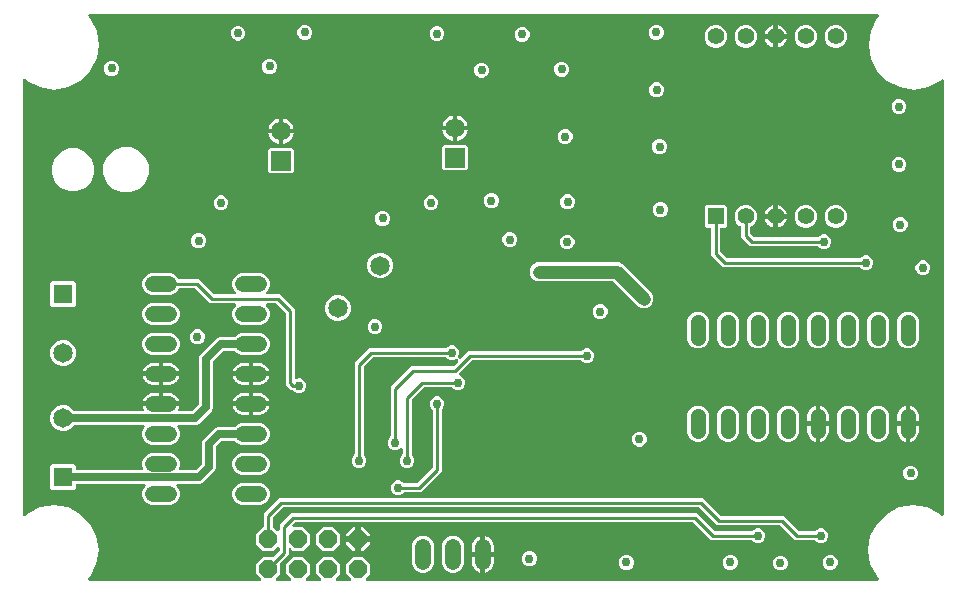
<source format=gbr>
G04 EAGLE Gerber RS-274X export*
G75*
%MOMM*%
%FSLAX34Y34*%
%LPD*%
%INBottom Copper*%
%IPPOS*%
%AMOC8*
5,1,8,0,0,1.08239X$1,22.5*%
G01*
%ADD10R,1.651000X1.651000*%
%ADD11C,1.651000*%
%ADD12R,1.650000X1.650000*%
%ADD13C,1.650000*%
%ADD14C,1.320800*%
%ADD15P,1.649562X8X22.500000*%
%ADD16R,1.400000X1.400000*%
%ADD17C,1.400000*%
%ADD18C,1.288000*%
%ADD19C,0.756400*%
%ADD20C,1.092200*%
%ADD21C,0.254000*%
%ADD22C,0.635000*%

G36*
X210632Y10183D02*
X210632Y10183D01*
X210770Y10196D01*
X210790Y10203D01*
X210810Y10206D01*
X210939Y10257D01*
X211070Y10304D01*
X211087Y10315D01*
X211105Y10323D01*
X211218Y10404D01*
X211333Y10482D01*
X211346Y10498D01*
X211363Y10509D01*
X211451Y10617D01*
X211543Y10721D01*
X211553Y10739D01*
X211565Y10754D01*
X211625Y10880D01*
X211688Y11004D01*
X211692Y11024D01*
X211701Y11042D01*
X211727Y11178D01*
X211758Y11314D01*
X211757Y11335D01*
X211761Y11354D01*
X211752Y11493D01*
X211748Y11632D01*
X211742Y11652D01*
X211741Y11672D01*
X211698Y11804D01*
X211660Y11938D01*
X211649Y11955D01*
X211643Y11974D01*
X211568Y12092D01*
X211498Y12212D01*
X211479Y12233D01*
X211473Y12243D01*
X211458Y12257D01*
X211392Y12332D01*
X207680Y16044D01*
X207680Y24462D01*
X213632Y30414D01*
X222086Y30414D01*
X222185Y30426D01*
X222284Y30429D01*
X222342Y30446D01*
X222402Y30453D01*
X222494Y30490D01*
X222589Y30517D01*
X222641Y30548D01*
X222698Y30570D01*
X222778Y30629D01*
X222863Y30679D01*
X222938Y30745D01*
X222955Y30757D01*
X222963Y30767D01*
X222984Y30785D01*
X226958Y34759D01*
X227018Y34837D01*
X227086Y34909D01*
X227115Y34962D01*
X227152Y35010D01*
X227192Y35101D01*
X227240Y35188D01*
X227255Y35246D01*
X227279Y35302D01*
X227294Y35400D01*
X227319Y35496D01*
X227325Y35596D01*
X227329Y35616D01*
X227327Y35628D01*
X227329Y35656D01*
X227329Y37708D01*
X227312Y37845D01*
X227299Y37984D01*
X227292Y38003D01*
X227289Y38023D01*
X227238Y38152D01*
X227191Y38284D01*
X227180Y38300D01*
X227172Y38319D01*
X227091Y38432D01*
X227013Y38547D01*
X226997Y38560D01*
X226986Y38576D01*
X226878Y38665D01*
X226774Y38757D01*
X226756Y38766D01*
X226741Y38779D01*
X226615Y38839D01*
X226491Y38902D01*
X226471Y38906D01*
X226453Y38915D01*
X226317Y38941D01*
X226181Y38971D01*
X226160Y38971D01*
X226141Y38975D01*
X226002Y38966D01*
X225863Y38962D01*
X225843Y38956D01*
X225823Y38955D01*
X225691Y38912D01*
X225557Y38873D01*
X225540Y38863D01*
X225521Y38857D01*
X225403Y38782D01*
X225283Y38712D01*
X225262Y38693D01*
X225252Y38687D01*
X225238Y38672D01*
X225163Y38605D01*
X222049Y35492D01*
X213632Y35492D01*
X207680Y41444D01*
X207680Y49862D01*
X213658Y55840D01*
X213719Y55918D01*
X213787Y55990D01*
X213816Y56043D01*
X213853Y56091D01*
X213892Y56182D01*
X213940Y56269D01*
X213955Y56327D01*
X213979Y56383D01*
X213995Y56481D01*
X214020Y56577D01*
X214026Y56677D01*
X214029Y56697D01*
X214028Y56709D01*
X214030Y56737D01*
X214030Y67019D01*
X227022Y80011D01*
X585778Y80011D01*
X600647Y65142D01*
X600725Y65082D01*
X600797Y65014D01*
X600850Y64985D01*
X600898Y64948D01*
X600989Y64908D01*
X601076Y64860D01*
X601134Y64845D01*
X601190Y64821D01*
X601288Y64806D01*
X601384Y64781D01*
X601484Y64775D01*
X601504Y64771D01*
X601516Y64773D01*
X601544Y64771D01*
X654358Y64771D01*
X666687Y52442D01*
X666765Y52382D01*
X666837Y52314D01*
X666890Y52285D01*
X666938Y52248D01*
X667029Y52208D01*
X667116Y52160D01*
X667174Y52145D01*
X667230Y52121D01*
X667328Y52106D01*
X667424Y52081D01*
X667524Y52075D01*
X667544Y52071D01*
X667556Y52073D01*
X667584Y52071D01*
X680143Y52071D01*
X680241Y52083D01*
X680341Y52086D01*
X680399Y52103D01*
X680459Y52111D01*
X680551Y52147D01*
X680646Y52175D01*
X680698Y52205D01*
X680755Y52228D01*
X680835Y52286D01*
X680920Y52336D01*
X680995Y52402D01*
X681012Y52414D01*
X681020Y52424D01*
X681041Y52442D01*
X682218Y53620D01*
X684542Y54583D01*
X687058Y54583D01*
X689382Y53620D01*
X691160Y51842D01*
X692123Y49518D01*
X692123Y47002D01*
X691160Y44678D01*
X689382Y42900D01*
X687058Y41937D01*
X684542Y41937D01*
X682218Y42900D01*
X681041Y44078D01*
X680963Y44138D01*
X680890Y44206D01*
X680837Y44235D01*
X680790Y44272D01*
X680699Y44312D01*
X680612Y44360D01*
X680553Y44375D01*
X680498Y44399D01*
X680400Y44414D01*
X680304Y44439D01*
X680204Y44445D01*
X680184Y44449D01*
X680171Y44447D01*
X680143Y44449D01*
X663902Y44449D01*
X651573Y56778D01*
X651495Y56838D01*
X651423Y56906D01*
X651370Y56935D01*
X651322Y56972D01*
X651231Y57012D01*
X651144Y57060D01*
X651086Y57075D01*
X651030Y57099D01*
X650932Y57114D01*
X650836Y57139D01*
X650736Y57145D01*
X650716Y57149D01*
X650704Y57147D01*
X650676Y57149D01*
X597862Y57149D01*
X582993Y72018D01*
X582915Y72078D01*
X582843Y72146D01*
X582790Y72175D01*
X582742Y72212D01*
X582651Y72252D01*
X582564Y72300D01*
X582506Y72315D01*
X582450Y72339D01*
X582352Y72354D01*
X582256Y72379D01*
X582156Y72385D01*
X582136Y72389D01*
X582124Y72387D01*
X582096Y72389D01*
X230704Y72389D01*
X230606Y72377D01*
X230507Y72374D01*
X230449Y72357D01*
X230389Y72349D01*
X230297Y72313D01*
X230201Y72285D01*
X230149Y72255D01*
X230093Y72232D01*
X230013Y72174D01*
X229928Y72124D01*
X229852Y72058D01*
X229836Y72046D01*
X229828Y72036D01*
X229807Y72018D01*
X222023Y64234D01*
X221962Y64156D01*
X221895Y64084D01*
X221865Y64031D01*
X221828Y63983D01*
X221789Y63892D01*
X221741Y63805D01*
X221726Y63746D01*
X221702Y63691D01*
X221686Y63593D01*
X221662Y63497D01*
X221655Y63397D01*
X221652Y63377D01*
X221653Y63364D01*
X221651Y63336D01*
X221651Y56737D01*
X221664Y56639D01*
X221667Y56540D01*
X221684Y56482D01*
X221691Y56422D01*
X221728Y56330D01*
X221755Y56235D01*
X221786Y56182D01*
X221808Y56126D01*
X221866Y56046D01*
X221917Y55961D01*
X221983Y55885D01*
X221995Y55869D01*
X222004Y55861D01*
X222023Y55840D01*
X225163Y52700D01*
X225272Y52615D01*
X225379Y52526D01*
X225398Y52518D01*
X225414Y52505D01*
X225542Y52450D01*
X225667Y52391D01*
X225687Y52387D01*
X225706Y52379D01*
X225844Y52357D01*
X225980Y52331D01*
X226000Y52332D01*
X226020Y52329D01*
X226159Y52342D01*
X226297Y52351D01*
X226316Y52357D01*
X226336Y52359D01*
X226468Y52406D01*
X226599Y52449D01*
X226617Y52460D01*
X226636Y52467D01*
X226751Y52545D01*
X226868Y52619D01*
X226882Y52634D01*
X226899Y52645D01*
X226991Y52749D01*
X227086Y52851D01*
X227096Y52868D01*
X227109Y52884D01*
X227173Y53008D01*
X227240Y53129D01*
X227245Y53149D01*
X227254Y53167D01*
X227284Y53303D01*
X227319Y53437D01*
X227321Y53465D01*
X227324Y53477D01*
X227323Y53498D01*
X227329Y53598D01*
X227329Y57458D01*
X234578Y64707D01*
X237182Y67311D01*
X580698Y67311D01*
X583303Y64707D01*
X595567Y52442D01*
X595645Y52382D01*
X595717Y52314D01*
X595770Y52285D01*
X595818Y52248D01*
X595909Y52208D01*
X595996Y52160D01*
X596054Y52145D01*
X596110Y52121D01*
X596208Y52106D01*
X596303Y52081D01*
X596404Y52075D01*
X596424Y52071D01*
X596436Y52073D01*
X596464Y52071D01*
X626803Y52071D01*
X626901Y52083D01*
X627001Y52086D01*
X627059Y52103D01*
X627119Y52111D01*
X627211Y52147D01*
X627306Y52175D01*
X627358Y52205D01*
X627415Y52228D01*
X627495Y52286D01*
X627580Y52336D01*
X627655Y52402D01*
X627672Y52414D01*
X627680Y52424D01*
X627701Y52442D01*
X628878Y53620D01*
X631202Y54583D01*
X633718Y54583D01*
X636042Y53620D01*
X637820Y51842D01*
X638783Y49518D01*
X638783Y47002D01*
X637820Y44678D01*
X636042Y42900D01*
X633718Y41937D01*
X631202Y41937D01*
X628878Y42900D01*
X627701Y44078D01*
X627623Y44138D01*
X627550Y44206D01*
X627497Y44235D01*
X627450Y44272D01*
X627359Y44312D01*
X627272Y44360D01*
X627213Y44375D01*
X627158Y44399D01*
X627060Y44414D01*
X626964Y44439D01*
X626864Y44445D01*
X626844Y44449D01*
X626831Y44447D01*
X626803Y44449D01*
X592782Y44449D01*
X590178Y47053D01*
X577913Y59318D01*
X577835Y59378D01*
X577763Y59446D01*
X577710Y59475D01*
X577662Y59512D01*
X577571Y59552D01*
X577484Y59600D01*
X577426Y59615D01*
X577370Y59639D01*
X577272Y59654D01*
X577176Y59679D01*
X577076Y59685D01*
X577056Y59689D01*
X577044Y59687D01*
X577016Y59689D01*
X240864Y59689D01*
X240766Y59677D01*
X240667Y59674D01*
X240609Y59657D01*
X240549Y59649D01*
X240457Y59613D01*
X240361Y59585D01*
X240309Y59555D01*
X240253Y59532D01*
X240173Y59474D01*
X240088Y59424D01*
X240012Y59358D01*
X239996Y59346D01*
X239988Y59336D01*
X239967Y59318D01*
X238630Y57980D01*
X238544Y57870D01*
X238456Y57763D01*
X238447Y57745D01*
X238435Y57729D01*
X238379Y57601D01*
X238320Y57476D01*
X238316Y57456D01*
X238308Y57437D01*
X238286Y57299D01*
X238260Y57163D01*
X238262Y57143D01*
X238258Y57123D01*
X238271Y56984D01*
X238280Y56846D01*
X238286Y56827D01*
X238288Y56807D01*
X238335Y56675D01*
X238378Y56543D01*
X238389Y56526D01*
X238396Y56507D01*
X238474Y56392D01*
X238548Y56275D01*
X238563Y56261D01*
X238574Y56244D01*
X238678Y56152D01*
X238780Y56057D01*
X238798Y56047D01*
X238813Y56034D01*
X238937Y55970D01*
X239058Y55903D01*
X239078Y55898D01*
X239096Y55889D01*
X239232Y55859D01*
X239366Y55824D01*
X239394Y55822D01*
X239406Y55819D01*
X239427Y55820D01*
X239527Y55814D01*
X247449Y55814D01*
X253401Y49862D01*
X253401Y41444D01*
X247449Y35492D01*
X239032Y35492D01*
X237117Y37407D01*
X237008Y37492D01*
X236901Y37580D01*
X236882Y37589D01*
X236866Y37602D01*
X236738Y37657D01*
X236613Y37716D01*
X236593Y37720D01*
X236574Y37728D01*
X236436Y37750D01*
X236300Y37776D01*
X236280Y37775D01*
X236260Y37778D01*
X236121Y37765D01*
X235983Y37756D01*
X235964Y37750D01*
X235944Y37748D01*
X235812Y37701D01*
X235681Y37658D01*
X235663Y37647D01*
X235644Y37640D01*
X235529Y37562D01*
X235412Y37488D01*
X235398Y37473D01*
X235381Y37462D01*
X235289Y37357D01*
X235194Y37256D01*
X235184Y37239D01*
X235171Y37223D01*
X235107Y37099D01*
X235040Y36978D01*
X235035Y36958D01*
X235026Y36940D01*
X234996Y36804D01*
X234961Y36670D01*
X234959Y36642D01*
X234956Y36630D01*
X234957Y36609D01*
X234951Y36509D01*
X234951Y31974D01*
X232347Y29370D01*
X228373Y25396D01*
X228312Y25318D01*
X228245Y25246D01*
X228215Y25193D01*
X228178Y25145D01*
X228139Y25054D01*
X228091Y24967D01*
X228076Y24909D01*
X228052Y24853D01*
X228036Y24755D01*
X228012Y24659D01*
X228005Y24559D01*
X228002Y24539D01*
X228003Y24527D01*
X228001Y24499D01*
X228001Y16044D01*
X224290Y12332D01*
X224204Y12223D01*
X224116Y12116D01*
X224107Y12097D01*
X224095Y12081D01*
X224039Y11953D01*
X223980Y11828D01*
X223976Y11808D01*
X223968Y11789D01*
X223946Y11651D01*
X223920Y11515D01*
X223922Y11495D01*
X223918Y11475D01*
X223932Y11336D01*
X223940Y11198D01*
X223946Y11179D01*
X223948Y11159D01*
X223995Y11027D01*
X224038Y10896D01*
X224049Y10878D01*
X224056Y10859D01*
X224134Y10744D01*
X224208Y10627D01*
X224223Y10613D01*
X224234Y10596D01*
X224339Y10504D01*
X224440Y10409D01*
X224458Y10399D01*
X224473Y10386D01*
X224597Y10322D01*
X224718Y10255D01*
X224738Y10250D01*
X224756Y10241D01*
X224892Y10211D01*
X225026Y10176D01*
X225054Y10174D01*
X225066Y10171D01*
X225087Y10172D01*
X225187Y10166D01*
X235894Y10166D01*
X236032Y10183D01*
X236170Y10196D01*
X236190Y10203D01*
X236210Y10206D01*
X236339Y10257D01*
X236470Y10304D01*
X236487Y10315D01*
X236505Y10323D01*
X236618Y10404D01*
X236733Y10482D01*
X236746Y10498D01*
X236763Y10509D01*
X236851Y10617D01*
X236943Y10721D01*
X236953Y10739D01*
X236965Y10754D01*
X237025Y10880D01*
X237088Y11004D01*
X237092Y11024D01*
X237101Y11042D01*
X237127Y11178D01*
X237158Y11314D01*
X237157Y11335D01*
X237161Y11354D01*
X237152Y11493D01*
X237148Y11632D01*
X237142Y11652D01*
X237141Y11672D01*
X237098Y11804D01*
X237060Y11938D01*
X237049Y11955D01*
X237043Y11974D01*
X236968Y12092D01*
X236898Y12212D01*
X236879Y12233D01*
X236873Y12243D01*
X236858Y12257D01*
X236792Y12332D01*
X233080Y16044D01*
X233080Y24462D01*
X239032Y30414D01*
X247449Y30414D01*
X253401Y24462D01*
X253401Y16044D01*
X249690Y12332D01*
X249604Y12223D01*
X249516Y12116D01*
X249507Y12097D01*
X249495Y12081D01*
X249439Y11953D01*
X249380Y11828D01*
X249376Y11808D01*
X249368Y11789D01*
X249346Y11651D01*
X249320Y11515D01*
X249322Y11495D01*
X249318Y11475D01*
X249332Y11336D01*
X249340Y11198D01*
X249346Y11179D01*
X249348Y11159D01*
X249395Y11027D01*
X249438Y10896D01*
X249449Y10878D01*
X249456Y10859D01*
X249534Y10744D01*
X249608Y10627D01*
X249623Y10613D01*
X249634Y10596D01*
X249739Y10504D01*
X249840Y10409D01*
X249858Y10399D01*
X249873Y10386D01*
X249997Y10322D01*
X250118Y10255D01*
X250138Y10250D01*
X250156Y10241D01*
X250292Y10211D01*
X250426Y10176D01*
X250454Y10174D01*
X250466Y10171D01*
X250487Y10172D01*
X250587Y10166D01*
X261294Y10166D01*
X261432Y10183D01*
X261570Y10196D01*
X261590Y10203D01*
X261610Y10206D01*
X261739Y10257D01*
X261870Y10304D01*
X261887Y10315D01*
X261905Y10323D01*
X262018Y10404D01*
X262133Y10482D01*
X262146Y10498D01*
X262163Y10509D01*
X262251Y10617D01*
X262343Y10721D01*
X262353Y10739D01*
X262365Y10754D01*
X262425Y10880D01*
X262488Y11004D01*
X262492Y11024D01*
X262501Y11042D01*
X262527Y11178D01*
X262558Y11314D01*
X262557Y11335D01*
X262561Y11354D01*
X262552Y11493D01*
X262548Y11632D01*
X262542Y11652D01*
X262541Y11672D01*
X262498Y11804D01*
X262460Y11938D01*
X262449Y11955D01*
X262443Y11974D01*
X262368Y12092D01*
X262298Y12212D01*
X262279Y12233D01*
X262273Y12243D01*
X262258Y12257D01*
X262192Y12332D01*
X258480Y16044D01*
X258480Y24462D01*
X264432Y30414D01*
X272849Y30414D01*
X278801Y24462D01*
X278801Y16044D01*
X275090Y12332D01*
X275004Y12223D01*
X274916Y12116D01*
X274907Y12097D01*
X274895Y12081D01*
X274839Y11953D01*
X274780Y11828D01*
X274776Y11808D01*
X274768Y11789D01*
X274746Y11651D01*
X274720Y11515D01*
X274722Y11495D01*
X274718Y11475D01*
X274732Y11336D01*
X274740Y11198D01*
X274746Y11179D01*
X274748Y11159D01*
X274795Y11027D01*
X274838Y10896D01*
X274849Y10878D01*
X274856Y10859D01*
X274934Y10744D01*
X275008Y10627D01*
X275023Y10613D01*
X275034Y10596D01*
X275139Y10504D01*
X275240Y10409D01*
X275258Y10399D01*
X275273Y10386D01*
X275397Y10322D01*
X275518Y10255D01*
X275538Y10250D01*
X275556Y10241D01*
X275692Y10211D01*
X275826Y10176D01*
X275854Y10174D01*
X275866Y10171D01*
X275887Y10172D01*
X275987Y10166D01*
X286694Y10166D01*
X286832Y10183D01*
X286970Y10196D01*
X286990Y10203D01*
X287010Y10206D01*
X287139Y10257D01*
X287270Y10304D01*
X287287Y10315D01*
X287305Y10323D01*
X287418Y10404D01*
X287533Y10482D01*
X287546Y10498D01*
X287563Y10509D01*
X287651Y10617D01*
X287743Y10721D01*
X287753Y10739D01*
X287765Y10754D01*
X287825Y10880D01*
X287888Y11004D01*
X287892Y11024D01*
X287901Y11042D01*
X287927Y11178D01*
X287958Y11314D01*
X287957Y11335D01*
X287961Y11354D01*
X287952Y11493D01*
X287948Y11632D01*
X287942Y11652D01*
X287941Y11672D01*
X287898Y11804D01*
X287860Y11938D01*
X287849Y11955D01*
X287843Y11974D01*
X287768Y12092D01*
X287698Y12212D01*
X287679Y12233D01*
X287673Y12243D01*
X287658Y12257D01*
X287592Y12332D01*
X283880Y16044D01*
X283880Y24462D01*
X289832Y30414D01*
X298249Y30414D01*
X304201Y24462D01*
X304201Y16044D01*
X300490Y12332D01*
X300404Y12223D01*
X300316Y12116D01*
X300307Y12097D01*
X300295Y12081D01*
X300239Y11953D01*
X300180Y11828D01*
X300176Y11808D01*
X300168Y11789D01*
X300146Y11651D01*
X300120Y11515D01*
X300122Y11495D01*
X300118Y11475D01*
X300132Y11336D01*
X300140Y11198D01*
X300146Y11179D01*
X300148Y11159D01*
X300195Y11027D01*
X300238Y10896D01*
X300249Y10878D01*
X300256Y10859D01*
X300334Y10744D01*
X300408Y10627D01*
X300423Y10613D01*
X300434Y10596D01*
X300539Y10504D01*
X300640Y10409D01*
X300658Y10399D01*
X300673Y10386D01*
X300797Y10322D01*
X300918Y10255D01*
X300938Y10250D01*
X300956Y10241D01*
X301092Y10211D01*
X301226Y10176D01*
X301254Y10174D01*
X301266Y10171D01*
X301287Y10172D01*
X301387Y10166D01*
X733581Y10166D01*
X733719Y10183D01*
X733857Y10196D01*
X733876Y10203D01*
X733897Y10206D01*
X734026Y10257D01*
X734157Y10304D01*
X734174Y10315D01*
X734192Y10323D01*
X734305Y10404D01*
X734420Y10482D01*
X734433Y10498D01*
X734450Y10509D01*
X734538Y10617D01*
X734630Y10721D01*
X734640Y10739D01*
X734652Y10754D01*
X734712Y10880D01*
X734775Y11004D01*
X734779Y11024D01*
X734788Y11042D01*
X734814Y11179D01*
X734845Y11314D01*
X734844Y11335D01*
X734848Y11354D01*
X734839Y11493D01*
X734835Y11632D01*
X734829Y11652D01*
X734828Y11672D01*
X734785Y11804D01*
X734747Y11938D01*
X734736Y11955D01*
X734730Y11974D01*
X734656Y12092D01*
X734585Y12212D01*
X734566Y12233D01*
X734560Y12243D01*
X734545Y12257D01*
X734479Y12332D01*
X732944Y13867D01*
X727534Y24484D01*
X725670Y36253D01*
X727534Y48022D01*
X732944Y58639D01*
X741370Y67064D01*
X751986Y72474D01*
X763755Y74338D01*
X775524Y72474D01*
X786141Y67064D01*
X787669Y65536D01*
X787779Y65451D01*
X787886Y65362D01*
X787904Y65353D01*
X787921Y65341D01*
X788049Y65286D01*
X788174Y65227D01*
X788194Y65223D01*
X788212Y65215D01*
X788350Y65193D01*
X788486Y65167D01*
X788506Y65168D01*
X788526Y65165D01*
X788665Y65178D01*
X788804Y65187D01*
X788823Y65193D01*
X788843Y65195D01*
X788974Y65242D01*
X789106Y65285D01*
X789123Y65295D01*
X789142Y65302D01*
X789257Y65380D01*
X789375Y65455D01*
X789389Y65470D01*
X789405Y65481D01*
X789498Y65585D01*
X789593Y65686D01*
X789603Y65704D01*
X789616Y65719D01*
X789679Y65843D01*
X789746Y65965D01*
X789751Y65984D01*
X789761Y66003D01*
X789791Y66138D01*
X789826Y66273D01*
X789828Y66301D01*
X789830Y66313D01*
X789830Y66333D01*
X789836Y66433D01*
X789836Y433385D01*
X789819Y433523D01*
X789806Y433662D01*
X789799Y433681D01*
X789796Y433701D01*
X789745Y433830D01*
X789698Y433961D01*
X789687Y433978D01*
X789679Y433997D01*
X789598Y434109D01*
X789519Y434224D01*
X789504Y434238D01*
X789492Y434254D01*
X789385Y434343D01*
X789281Y434435D01*
X789263Y434444D01*
X789247Y434457D01*
X789121Y434516D01*
X788998Y434579D01*
X788978Y434584D01*
X788960Y434592D01*
X788823Y434618D01*
X788687Y434649D01*
X788667Y434648D01*
X788647Y434652D01*
X788509Y434644D01*
X788369Y434639D01*
X788350Y434634D01*
X788330Y434632D01*
X788198Y434590D01*
X788064Y434551D01*
X788047Y434541D01*
X788027Y434534D01*
X787910Y434460D01*
X787790Y434389D01*
X787769Y434371D01*
X787759Y434364D01*
X787745Y434349D01*
X787669Y434283D01*
X786691Y433305D01*
X776074Y427895D01*
X764305Y426031D01*
X752536Y427895D01*
X741919Y433305D01*
X733494Y441730D01*
X728084Y452347D01*
X726220Y464116D01*
X728084Y475885D01*
X733494Y486502D01*
X734661Y487669D01*
X734746Y487779D01*
X734835Y487886D01*
X734844Y487905D01*
X734856Y487921D01*
X734912Y488048D01*
X734971Y488174D01*
X734975Y488194D01*
X734983Y488212D01*
X735005Y488350D01*
X735031Y488486D01*
X735029Y488506D01*
X735032Y488526D01*
X735019Y488665D01*
X735011Y488804D01*
X735005Y488823D01*
X735003Y488843D01*
X734955Y488974D01*
X734913Y489106D01*
X734902Y489123D01*
X734895Y489142D01*
X734817Y489257D01*
X734743Y489375D01*
X734728Y489389D01*
X734716Y489405D01*
X734612Y489498D01*
X734511Y489593D01*
X734493Y489603D01*
X734478Y489616D01*
X734354Y489679D01*
X734232Y489746D01*
X734213Y489751D01*
X734195Y489761D01*
X734059Y489791D01*
X733925Y489826D01*
X733896Y489828D01*
X733885Y489830D01*
X733864Y489830D01*
X733764Y489836D01*
X66807Y489836D01*
X66670Y489819D01*
X66531Y489806D01*
X66512Y489799D01*
X66492Y489796D01*
X66363Y489745D01*
X66232Y489698D01*
X66215Y489687D01*
X66196Y489679D01*
X66084Y489598D01*
X65969Y489519D01*
X65955Y489504D01*
X65939Y489492D01*
X65850Y489385D01*
X65758Y489281D01*
X65749Y489263D01*
X65736Y489247D01*
X65677Y489122D01*
X65614Y488998D01*
X65609Y488978D01*
X65601Y488960D01*
X65574Y488823D01*
X65544Y488687D01*
X65545Y488667D01*
X65541Y488647D01*
X65549Y488509D01*
X65554Y488370D01*
X65559Y488350D01*
X65560Y488330D01*
X65603Y488198D01*
X65642Y488064D01*
X65652Y488047D01*
X65659Y488027D01*
X65733Y487910D01*
X65804Y487790D01*
X65822Y487769D01*
X65829Y487759D01*
X65844Y487745D01*
X65910Y487669D01*
X66967Y486613D01*
X72376Y475996D01*
X74240Y464227D01*
X72376Y452458D01*
X66966Y441841D01*
X58541Y433416D01*
X47924Y428006D01*
X36155Y426142D01*
X24386Y428006D01*
X13769Y433416D01*
X12332Y434853D01*
X12223Y434938D01*
X12116Y435026D01*
X12097Y435035D01*
X12081Y435047D01*
X11953Y435103D01*
X11828Y435162D01*
X11808Y435166D01*
X11789Y435174D01*
X11651Y435196D01*
X11515Y435222D01*
X11495Y435220D01*
X11475Y435224D01*
X11336Y435211D01*
X11198Y435202D01*
X11179Y435196D01*
X11159Y435194D01*
X11027Y435147D01*
X10896Y435104D01*
X10878Y435093D01*
X10859Y435086D01*
X10744Y435008D01*
X10627Y434934D01*
X10613Y434919D01*
X10596Y434908D01*
X10504Y434803D01*
X10409Y434702D01*
X10399Y434684D01*
X10386Y434669D01*
X10322Y434545D01*
X10255Y434424D01*
X10250Y434404D01*
X10241Y434386D01*
X10211Y434250D01*
X10176Y434116D01*
X10174Y434088D01*
X10171Y434076D01*
X10172Y434055D01*
X10166Y433955D01*
X10166Y66365D01*
X10183Y66227D01*
X10196Y66089D01*
X10203Y66070D01*
X10206Y66050D01*
X10257Y65920D01*
X10304Y65790D01*
X10315Y65773D01*
X10323Y65754D01*
X10404Y65641D01*
X10482Y65526D01*
X10498Y65513D01*
X10509Y65497D01*
X10617Y65408D01*
X10721Y65316D01*
X10739Y65307D01*
X10754Y65294D01*
X10880Y65235D01*
X11004Y65171D01*
X11024Y65167D01*
X11042Y65158D01*
X11179Y65132D01*
X11314Y65102D01*
X11335Y65102D01*
X11354Y65098D01*
X11493Y65107D01*
X11632Y65111D01*
X11652Y65117D01*
X11672Y65118D01*
X11804Y65161D01*
X11938Y65200D01*
X11955Y65210D01*
X11974Y65216D01*
X12092Y65291D01*
X12212Y65361D01*
X12233Y65380D01*
X12243Y65386D01*
X12257Y65401D01*
X12332Y65468D01*
X13709Y66845D01*
X24326Y72254D01*
X36095Y74118D01*
X47864Y72254D01*
X58481Y66845D01*
X66906Y58419D01*
X72316Y47802D01*
X74180Y36033D01*
X72316Y24264D01*
X66906Y13647D01*
X65591Y12332D01*
X65506Y12223D01*
X65418Y12116D01*
X65409Y12097D01*
X65397Y12081D01*
X65341Y11954D01*
X65282Y11828D01*
X65278Y11808D01*
X65270Y11789D01*
X65248Y11651D01*
X65222Y11515D01*
X65224Y11495D01*
X65220Y11475D01*
X65233Y11336D01*
X65242Y11198D01*
X65248Y11179D01*
X65250Y11159D01*
X65297Y11027D01*
X65340Y10896D01*
X65351Y10878D01*
X65358Y10859D01*
X65436Y10744D01*
X65510Y10627D01*
X65525Y10613D01*
X65536Y10596D01*
X65641Y10504D01*
X65742Y10409D01*
X65760Y10399D01*
X65775Y10386D01*
X65899Y10322D01*
X66020Y10255D01*
X66040Y10250D01*
X66058Y10241D01*
X66194Y10211D01*
X66328Y10176D01*
X66356Y10174D01*
X66368Y10171D01*
X66389Y10172D01*
X66489Y10166D01*
X210494Y10166D01*
X210632Y10183D01*
G37*
%LPC*%
G36*
X293382Y105437D02*
X293382Y105437D01*
X291058Y106400D01*
X289280Y108178D01*
X288317Y110502D01*
X288317Y113018D01*
X289280Y115342D01*
X290458Y116519D01*
X290518Y116597D01*
X290586Y116670D01*
X290615Y116723D01*
X290652Y116770D01*
X290692Y116861D01*
X290740Y116948D01*
X290755Y117007D01*
X290779Y117062D01*
X290794Y117160D01*
X290819Y117256D01*
X290825Y117356D01*
X290829Y117376D01*
X290827Y117389D01*
X290829Y117417D01*
X290829Y194618D01*
X303222Y207011D01*
X367723Y207011D01*
X367821Y207023D01*
X367921Y207026D01*
X367979Y207043D01*
X368039Y207051D01*
X368131Y207087D01*
X368226Y207115D01*
X368278Y207145D01*
X368335Y207168D01*
X368415Y207226D01*
X368500Y207276D01*
X368575Y207342D01*
X368592Y207354D01*
X368600Y207364D01*
X368621Y207382D01*
X369798Y208560D01*
X372122Y209523D01*
X374638Y209523D01*
X376962Y208560D01*
X378740Y206782D01*
X379703Y204458D01*
X379703Y201942D01*
X378743Y199626D01*
X378725Y199558D01*
X378697Y199494D01*
X378683Y199405D01*
X378659Y199319D01*
X378658Y199249D01*
X378647Y199180D01*
X378656Y199091D01*
X378654Y199001D01*
X378670Y198933D01*
X378677Y198864D01*
X378707Y198779D01*
X378728Y198692D01*
X378761Y198630D01*
X378785Y198564D01*
X378835Y198490D01*
X378877Y198411D01*
X378924Y198359D01*
X378963Y198301D01*
X379030Y198242D01*
X379091Y198175D01*
X379149Y198137D01*
X379202Y198091D01*
X379281Y198050D01*
X379357Y198000D01*
X379423Y197978D01*
X379485Y197946D01*
X379572Y197926D01*
X379657Y197897D01*
X379727Y197892D01*
X379795Y197876D01*
X379885Y197879D01*
X379974Y197872D01*
X380043Y197884D01*
X380113Y197886D01*
X380199Y197911D01*
X380288Y197926D01*
X380351Y197955D01*
X380418Y197974D01*
X380496Y198020D01*
X380578Y198057D01*
X380632Y198101D01*
X380692Y198136D01*
X380813Y198242D01*
X384438Y201867D01*
X387042Y204471D01*
X482023Y204471D01*
X482121Y204483D01*
X482221Y204486D01*
X482279Y204503D01*
X482339Y204511D01*
X482431Y204547D01*
X482526Y204575D01*
X482578Y204605D01*
X482635Y204628D01*
X482715Y204686D01*
X482800Y204736D01*
X482875Y204802D01*
X482892Y204814D01*
X482900Y204824D01*
X482921Y204842D01*
X484098Y206020D01*
X486422Y206983D01*
X488938Y206983D01*
X491262Y206020D01*
X493040Y204242D01*
X494003Y201918D01*
X494003Y199402D01*
X493040Y197078D01*
X491262Y195300D01*
X488938Y194337D01*
X486422Y194337D01*
X484098Y195300D01*
X482921Y196478D01*
X482843Y196538D01*
X482770Y196606D01*
X482717Y196635D01*
X482670Y196672D01*
X482579Y196712D01*
X482492Y196760D01*
X482433Y196775D01*
X482378Y196799D01*
X482280Y196814D01*
X482184Y196839D01*
X482084Y196845D01*
X482064Y196849D01*
X482051Y196847D01*
X482023Y196849D01*
X390724Y196849D01*
X390626Y196837D01*
X390527Y196834D01*
X390469Y196817D01*
X390409Y196809D01*
X390317Y196773D01*
X390221Y196745D01*
X390169Y196715D01*
X390113Y196692D01*
X390033Y196634D01*
X389948Y196584D01*
X389872Y196518D01*
X389856Y196506D01*
X389848Y196496D01*
X389827Y196478D01*
X379473Y186124D01*
X379442Y186084D01*
X379406Y186051D01*
X379345Y185959D01*
X379278Y185872D01*
X379258Y185827D01*
X379231Y185785D01*
X379195Y185681D01*
X379152Y185581D01*
X379144Y185531D01*
X379128Y185485D01*
X379119Y185375D01*
X379102Y185266D01*
X379106Y185217D01*
X379102Y185167D01*
X379121Y185059D01*
X379132Y184950D01*
X379148Y184903D01*
X379157Y184854D01*
X379202Y184754D01*
X379239Y184651D01*
X379267Y184609D01*
X379287Y184564D01*
X379356Y184478D01*
X379418Y184387D01*
X379455Y184355D01*
X379486Y184316D01*
X379574Y184250D01*
X379656Y184177D01*
X379700Y184154D01*
X379740Y184124D01*
X379885Y184054D01*
X382042Y183160D01*
X383820Y181382D01*
X384783Y179058D01*
X384783Y176542D01*
X383820Y174218D01*
X382042Y172440D01*
X379718Y171477D01*
X377202Y171477D01*
X374878Y172440D01*
X373701Y173618D01*
X373623Y173678D01*
X373550Y173746D01*
X373497Y173775D01*
X373450Y173812D01*
X373359Y173852D01*
X373272Y173900D01*
X373213Y173915D01*
X373158Y173939D01*
X373060Y173954D01*
X372964Y173979D01*
X372864Y173985D01*
X372844Y173989D01*
X372831Y173987D01*
X372803Y173989D01*
X350084Y173989D01*
X349986Y173977D01*
X349887Y173974D01*
X349829Y173957D01*
X349769Y173949D01*
X349677Y173913D01*
X349581Y173885D01*
X349529Y173855D01*
X349473Y173832D01*
X349393Y173774D01*
X349308Y173724D01*
X349232Y173658D01*
X349216Y173646D01*
X349208Y173636D01*
X349187Y173618D01*
X339462Y163893D01*
X339402Y163815D01*
X339334Y163743D01*
X339305Y163690D01*
X339268Y163642D01*
X339228Y163551D01*
X339180Y163464D01*
X339165Y163406D01*
X339141Y163350D01*
X339126Y163252D01*
X339101Y163156D01*
X339095Y163056D01*
X339091Y163036D01*
X339093Y163024D01*
X339091Y162996D01*
X339091Y117417D01*
X339103Y117319D01*
X339106Y117219D01*
X339123Y117161D01*
X339131Y117101D01*
X339167Y117009D01*
X339195Y116914D01*
X339225Y116862D01*
X339248Y116805D01*
X339306Y116725D01*
X339356Y116640D01*
X339422Y116565D01*
X339434Y116548D01*
X339444Y116540D01*
X339462Y116519D01*
X340640Y115342D01*
X341603Y113018D01*
X341603Y110502D01*
X340640Y108178D01*
X338862Y106400D01*
X336538Y105437D01*
X334022Y105437D01*
X331698Y106400D01*
X329920Y108178D01*
X328957Y110502D01*
X328957Y113018D01*
X329920Y115342D01*
X331098Y116519D01*
X331158Y116597D01*
X331226Y116670D01*
X331255Y116723D01*
X331292Y116770D01*
X331332Y116861D01*
X331380Y116948D01*
X331395Y117007D01*
X331419Y117062D01*
X331434Y117160D01*
X331459Y117256D01*
X331465Y117356D01*
X331469Y117376D01*
X331467Y117389D01*
X331469Y117417D01*
X331469Y121343D01*
X331452Y121481D01*
X331439Y121620D01*
X331432Y121639D01*
X331429Y121659D01*
X331378Y121788D01*
X331331Y121919D01*
X331320Y121936D01*
X331312Y121955D01*
X331231Y122067D01*
X331153Y122182D01*
X331137Y122196D01*
X331126Y122212D01*
X331018Y122301D01*
X330914Y122393D01*
X330896Y122402D01*
X330881Y122415D01*
X330755Y122474D01*
X330631Y122537D01*
X330611Y122542D01*
X330593Y122550D01*
X330456Y122576D01*
X330321Y122607D01*
X330300Y122606D01*
X330281Y122610D01*
X330142Y122601D01*
X330003Y122597D01*
X329983Y122592D01*
X329963Y122590D01*
X329831Y122548D01*
X329697Y122509D01*
X329680Y122498D01*
X329661Y122492D01*
X329543Y122418D01*
X329423Y122347D01*
X329402Y122329D01*
X329392Y122322D01*
X329378Y122307D01*
X329303Y122241D01*
X328702Y121640D01*
X326378Y120677D01*
X323862Y120677D01*
X321538Y121640D01*
X319760Y123418D01*
X318797Y125742D01*
X318797Y128258D01*
X319760Y130582D01*
X320938Y131759D01*
X320998Y131837D01*
X321066Y131910D01*
X321095Y131963D01*
X321132Y132010D01*
X321172Y132101D01*
X321220Y132188D01*
X321235Y132247D01*
X321259Y132302D01*
X321274Y132400D01*
X321299Y132496D01*
X321305Y132596D01*
X321309Y132616D01*
X321307Y132629D01*
X321309Y132657D01*
X321309Y174298D01*
X338782Y191771D01*
X373816Y191771D01*
X373914Y191783D01*
X374013Y191786D01*
X374071Y191803D01*
X374131Y191811D01*
X374223Y191847D01*
X374319Y191875D01*
X374371Y191905D01*
X374427Y191928D01*
X374507Y191986D01*
X374592Y192036D01*
X374668Y192102D01*
X374684Y192114D01*
X374692Y192124D01*
X374713Y192142D01*
X378338Y195767D01*
X378380Y195822D01*
X378431Y195870D01*
X378477Y195947D01*
X378533Y196018D01*
X378560Y196082D01*
X378597Y196142D01*
X378623Y196227D01*
X378659Y196310D01*
X378670Y196379D01*
X378690Y196446D01*
X378695Y196535D01*
X378709Y196624D01*
X378702Y196694D01*
X378705Y196763D01*
X378687Y196851D01*
X378679Y196941D01*
X378655Y197006D01*
X378641Y197075D01*
X378602Y197155D01*
X378571Y197240D01*
X378532Y197298D01*
X378501Y197360D01*
X378443Y197429D01*
X378393Y197503D01*
X378340Y197549D01*
X378295Y197602D01*
X378222Y197654D01*
X378154Y197714D01*
X378092Y197745D01*
X378035Y197785D01*
X377951Y197817D01*
X377871Y197858D01*
X377803Y197873D01*
X377738Y197898D01*
X377648Y197908D01*
X377561Y197928D01*
X377491Y197926D01*
X377422Y197933D01*
X377333Y197921D01*
X377243Y197918D01*
X377176Y197899D01*
X377107Y197889D01*
X376954Y197837D01*
X374638Y196877D01*
X372122Y196877D01*
X369798Y197840D01*
X368621Y199018D01*
X368543Y199078D01*
X368470Y199146D01*
X368417Y199175D01*
X368370Y199212D01*
X368279Y199252D01*
X368192Y199300D01*
X368133Y199315D01*
X368078Y199339D01*
X367980Y199354D01*
X367884Y199379D01*
X367784Y199385D01*
X367764Y199389D01*
X367751Y199387D01*
X367723Y199389D01*
X306904Y199389D01*
X306806Y199377D01*
X306707Y199374D01*
X306649Y199357D01*
X306589Y199349D01*
X306497Y199313D01*
X306401Y199285D01*
X306349Y199255D01*
X306293Y199232D01*
X306213Y199174D01*
X306128Y199124D01*
X306052Y199058D01*
X306036Y199046D01*
X306028Y199036D01*
X306007Y199018D01*
X298822Y191833D01*
X298762Y191755D01*
X298694Y191683D01*
X298665Y191630D01*
X298628Y191582D01*
X298588Y191491D01*
X298540Y191404D01*
X298525Y191346D01*
X298501Y191290D01*
X298486Y191192D01*
X298461Y191096D01*
X298455Y190996D01*
X298451Y190976D01*
X298453Y190964D01*
X298451Y190936D01*
X298451Y117417D01*
X298463Y117319D01*
X298466Y117219D01*
X298483Y117161D01*
X298491Y117101D01*
X298527Y117009D01*
X298555Y116914D01*
X298585Y116862D01*
X298608Y116805D01*
X298666Y116725D01*
X298716Y116640D01*
X298782Y116565D01*
X298794Y116548D01*
X298804Y116540D01*
X298822Y116519D01*
X300000Y115342D01*
X300963Y113018D01*
X300963Y110502D01*
X300000Y108178D01*
X298222Y106400D01*
X295898Y105437D01*
X293382Y105437D01*
G37*
%LPD*%
%LPC*%
G36*
X118577Y74675D02*
X118577Y74675D01*
X115216Y76067D01*
X112643Y78640D01*
X111251Y82001D01*
X111251Y85639D01*
X112643Y89000D01*
X113651Y90007D01*
X113735Y90117D01*
X113825Y90224D01*
X113833Y90243D01*
X113846Y90259D01*
X113901Y90386D01*
X113960Y90512D01*
X113964Y90532D01*
X113972Y90550D01*
X113994Y90688D01*
X114020Y90824D01*
X114019Y90844D01*
X114022Y90864D01*
X114009Y91004D01*
X114000Y91142D01*
X113994Y91161D01*
X113992Y91181D01*
X113945Y91312D01*
X113902Y91444D01*
X113891Y91461D01*
X113884Y91480D01*
X113806Y91595D01*
X113732Y91713D01*
X113717Y91727D01*
X113706Y91744D01*
X113602Y91835D01*
X113500Y91931D01*
X113483Y91941D01*
X113467Y91954D01*
X113344Y92017D01*
X113222Y92084D01*
X113202Y92089D01*
X113184Y92099D01*
X113048Y92129D01*
X112914Y92164D01*
X112886Y92166D01*
X112874Y92168D01*
X112853Y92168D01*
X112753Y92174D01*
X56266Y92174D01*
X56148Y92159D01*
X56029Y92152D01*
X55991Y92139D01*
X55951Y92134D01*
X55840Y92090D01*
X55727Y92054D01*
X55693Y92032D01*
X55655Y92017D01*
X55559Y91947D01*
X55458Y91884D01*
X55430Y91854D01*
X55398Y91830D01*
X55322Y91739D01*
X55240Y91652D01*
X55221Y91616D01*
X55195Y91585D01*
X55144Y91478D01*
X55087Y91373D01*
X55077Y91334D01*
X55059Y91298D01*
X55037Y91181D01*
X55007Y91065D01*
X55003Y91005D01*
X55000Y90985D01*
X55001Y90965D01*
X54997Y90905D01*
X54997Y88587D01*
X53509Y87099D01*
X34904Y87099D01*
X33416Y88587D01*
X33416Y107192D01*
X34904Y108680D01*
X53509Y108680D01*
X54997Y107192D01*
X54997Y104875D01*
X55012Y104757D01*
X55019Y104638D01*
X55032Y104599D01*
X55037Y104559D01*
X55081Y104448D01*
X55117Y104335D01*
X55139Y104301D01*
X55154Y104264D01*
X55224Y104167D01*
X55288Y104067D01*
X55317Y104039D01*
X55341Y104006D01*
X55432Y103930D01*
X55519Y103849D01*
X55555Y103829D01*
X55586Y103803D01*
X55693Y103753D01*
X55798Y103695D01*
X55837Y103685D01*
X55873Y103668D01*
X55990Y103645D01*
X56106Y103616D01*
X56166Y103612D01*
X56186Y103608D01*
X56206Y103609D01*
X56266Y103605D01*
X110924Y103605D01*
X110973Y103612D01*
X111023Y103609D01*
X111130Y103632D01*
X111239Y103645D01*
X111286Y103664D01*
X111334Y103674D01*
X111433Y103722D01*
X111535Y103762D01*
X111575Y103791D01*
X111620Y103813D01*
X111704Y103885D01*
X111792Y103949D01*
X111824Y103988D01*
X111862Y104020D01*
X111925Y104109D01*
X111995Y104194D01*
X112016Y104239D01*
X112045Y104280D01*
X112084Y104383D01*
X112131Y104482D01*
X112140Y104531D01*
X112158Y104577D01*
X112170Y104687D01*
X112191Y104794D01*
X112187Y104844D01*
X112193Y104893D01*
X112178Y105002D01*
X112171Y105112D01*
X112155Y105159D01*
X112149Y105208D01*
X112096Y105360D01*
X111251Y107401D01*
X111251Y111039D01*
X112643Y114400D01*
X115216Y116973D01*
X118577Y118365D01*
X135423Y118365D01*
X138784Y116973D01*
X141357Y114400D01*
X142749Y111039D01*
X142749Y107401D01*
X141904Y105360D01*
X141890Y105312D01*
X141869Y105268D01*
X141849Y105160D01*
X141820Y105054D01*
X141819Y105004D01*
X141809Y104955D01*
X141816Y104846D01*
X141815Y104736D01*
X141826Y104687D01*
X141829Y104638D01*
X141863Y104533D01*
X141889Y104426D01*
X141912Y104383D01*
X141927Y104335D01*
X141986Y104242D01*
X142037Y104145D01*
X142071Y104109D01*
X142097Y104067D01*
X142177Y103991D01*
X142251Y103910D01*
X142293Y103883D01*
X142329Y103849D01*
X142425Y103796D01*
X142517Y103735D01*
X142564Y103719D01*
X142608Y103695D01*
X142714Y103668D01*
X142818Y103632D01*
X142867Y103628D01*
X142915Y103616D01*
X143076Y103605D01*
X155956Y103605D01*
X156055Y103618D01*
X156154Y103621D01*
X156212Y103638D01*
X156272Y103645D01*
X156364Y103682D01*
X156459Y103709D01*
X156511Y103740D01*
X156568Y103762D01*
X156648Y103820D01*
X156733Y103871D01*
X156809Y103937D01*
X156825Y103949D01*
X156833Y103959D01*
X156854Y103977D01*
X161553Y108676D01*
X161613Y108754D01*
X161681Y108826D01*
X161710Y108879D01*
X161747Y108927D01*
X161787Y109018D01*
X161835Y109105D01*
X161850Y109163D01*
X161874Y109219D01*
X161889Y109317D01*
X161914Y109413D01*
X161920Y109513D01*
X161924Y109533D01*
X161922Y109545D01*
X161924Y109573D01*
X161924Y127226D01*
X162794Y129327D01*
X172933Y139466D01*
X175034Y140336D01*
X188853Y140336D01*
X188952Y140348D01*
X189051Y140351D01*
X189109Y140368D01*
X189169Y140376D01*
X189261Y140412D01*
X189356Y140440D01*
X189408Y140470D01*
X189465Y140493D01*
X189545Y140551D01*
X189630Y140601D01*
X189705Y140667D01*
X189722Y140679D01*
X189730Y140689D01*
X189751Y140707D01*
X191416Y142373D01*
X194777Y143765D01*
X211623Y143765D01*
X214984Y142373D01*
X217557Y139800D01*
X218949Y136439D01*
X218949Y132801D01*
X217557Y129440D01*
X214984Y126867D01*
X211623Y125475D01*
X194777Y125475D01*
X191416Y126867D01*
X189751Y128533D01*
X189673Y128593D01*
X189601Y128661D01*
X189548Y128690D01*
X189500Y128727D01*
X189409Y128767D01*
X189322Y128815D01*
X189263Y128830D01*
X189208Y128854D01*
X189110Y128869D01*
X189014Y128894D01*
X188914Y128900D01*
X188894Y128904D01*
X188881Y128902D01*
X188853Y128904D01*
X179064Y128904D01*
X178966Y128892D01*
X178867Y128889D01*
X178809Y128872D01*
X178749Y128864D01*
X178656Y128828D01*
X178561Y128800D01*
X178509Y128770D01*
X178453Y128747D01*
X178373Y128689D01*
X178287Y128639D01*
X178212Y128573D01*
X178196Y128561D01*
X178188Y128551D01*
X178167Y128533D01*
X173727Y124093D01*
X173667Y124015D01*
X173599Y123943D01*
X173570Y123890D01*
X173533Y123842D01*
X173493Y123751D01*
X173445Y123665D01*
X173430Y123606D01*
X173406Y123550D01*
X173391Y123452D01*
X173366Y123357D01*
X173360Y123257D01*
X173356Y123236D01*
X173358Y123224D01*
X173356Y123196D01*
X173356Y105543D01*
X172486Y103442D01*
X162087Y93044D01*
X159987Y92174D01*
X141247Y92174D01*
X141109Y92157D01*
X140970Y92144D01*
X140951Y92137D01*
X140931Y92134D01*
X140802Y92083D01*
X140671Y92036D01*
X140654Y92025D01*
X140636Y92017D01*
X140523Y91936D01*
X140408Y91857D01*
X140395Y91842D01*
X140378Y91830D01*
X140289Y91723D01*
X140198Y91619D01*
X140188Y91601D01*
X140175Y91585D01*
X140116Y91460D01*
X140053Y91336D01*
X140049Y91316D01*
X140040Y91298D01*
X140014Y91161D01*
X139983Y91025D01*
X139984Y91005D01*
X139980Y90985D01*
X139989Y90847D01*
X139993Y90708D01*
X139999Y90688D01*
X140000Y90668D01*
X140043Y90536D01*
X140081Y90402D01*
X140092Y90385D01*
X140098Y90365D01*
X140172Y90248D01*
X140243Y90128D01*
X140261Y90107D01*
X140268Y90097D01*
X140283Y90082D01*
X140349Y90007D01*
X141357Y89000D01*
X142749Y85639D01*
X142749Y82001D01*
X141357Y78640D01*
X138784Y76067D01*
X135423Y74675D01*
X118577Y74675D01*
G37*
%LPD*%
%LPC*%
G36*
X118577Y125475D02*
X118577Y125475D01*
X115216Y126867D01*
X112643Y129440D01*
X111251Y132801D01*
X111251Y136439D01*
X112643Y139800D01*
X112851Y140007D01*
X112936Y140117D01*
X113025Y140224D01*
X113033Y140243D01*
X113046Y140259D01*
X113101Y140386D01*
X113160Y140512D01*
X113164Y140532D01*
X113172Y140550D01*
X113194Y140688D01*
X113220Y140824D01*
X113219Y140845D01*
X113222Y140864D01*
X113209Y141003D01*
X113200Y141142D01*
X113194Y141161D01*
X113192Y141181D01*
X113145Y141312D01*
X113102Y141444D01*
X113091Y141461D01*
X113084Y141480D01*
X113006Y141596D01*
X112932Y141713D01*
X112917Y141727D01*
X112906Y141743D01*
X112802Y141836D01*
X112700Y141931D01*
X112683Y141941D01*
X112667Y141954D01*
X112543Y142017D01*
X112422Y142084D01*
X112402Y142089D01*
X112384Y142099D01*
X112248Y142129D01*
X112114Y142164D01*
X112086Y142166D01*
X112074Y142168D01*
X112053Y142168D01*
X111953Y142174D01*
X54277Y142174D01*
X54179Y142162D01*
X54080Y142159D01*
X54021Y142142D01*
X53961Y142134D01*
X53869Y142098D01*
X53774Y142070D01*
X53722Y142039D01*
X53666Y142017D01*
X53585Y141959D01*
X53500Y141909D01*
X53425Y141842D01*
X53408Y141830D01*
X53405Y141826D01*
X53402Y141824D01*
X53396Y141817D01*
X53379Y141802D01*
X50319Y138742D01*
X46353Y137099D01*
X42060Y137099D01*
X38094Y138742D01*
X35058Y141777D01*
X33416Y145743D01*
X33416Y150036D01*
X35058Y154002D01*
X38094Y157038D01*
X42060Y158680D01*
X46353Y158680D01*
X50319Y157038D01*
X53379Y153977D01*
X53458Y153917D01*
X53530Y153849D01*
X53583Y153819D01*
X53631Y153782D01*
X53721Y153743D01*
X53808Y153695D01*
X53867Y153680D01*
X53922Y153656D01*
X54020Y153640D01*
X54116Y153616D01*
X54216Y153609D01*
X54236Y153606D01*
X54249Y153607D01*
X54277Y153605D01*
X111330Y153605D01*
X111428Y153618D01*
X111528Y153621D01*
X111586Y153638D01*
X111645Y153645D01*
X111738Y153682D01*
X111833Y153710D01*
X111885Y153740D01*
X111941Y153762D01*
X112021Y153821D01*
X112107Y153871D01*
X112150Y153914D01*
X112198Y153949D01*
X112262Y154026D01*
X112332Y154096D01*
X112363Y154148D01*
X112401Y154194D01*
X112444Y154284D01*
X112494Y154370D01*
X112511Y154428D01*
X112537Y154482D01*
X112555Y154579D01*
X112583Y154675D01*
X112585Y154735D01*
X112596Y154794D01*
X112590Y154893D01*
X112594Y154993D01*
X112580Y155052D01*
X112577Y155112D01*
X112546Y155206D01*
X112525Y155303D01*
X112485Y155395D01*
X112479Y155414D01*
X112472Y155425D01*
X112461Y155451D01*
X111921Y156510D01*
X111476Y157879D01*
X111459Y157989D01*
X126238Y157989D01*
X126356Y158004D01*
X126475Y158011D01*
X126513Y158023D01*
X126553Y158029D01*
X126664Y158072D01*
X126777Y158109D01*
X126811Y158131D01*
X126849Y158146D01*
X126945Y158215D01*
X126997Y158248D01*
X127015Y158232D01*
X127050Y158212D01*
X127082Y158187D01*
X127189Y158136D01*
X127294Y158078D01*
X127333Y158068D01*
X127369Y158051D01*
X127486Y158029D01*
X127602Y157999D01*
X127662Y157995D01*
X127682Y157991D01*
X127702Y157993D01*
X127762Y157989D01*
X142541Y157989D01*
X142524Y157879D01*
X142079Y156510D01*
X141539Y155451D01*
X141506Y155357D01*
X141463Y155268D01*
X141452Y155209D01*
X141432Y155152D01*
X141422Y155053D01*
X141404Y154955D01*
X141407Y154895D01*
X141402Y154835D01*
X141417Y154737D01*
X141423Y154638D01*
X141442Y154581D01*
X141451Y154521D01*
X141491Y154430D01*
X141521Y154335D01*
X141554Y154284D01*
X141577Y154229D01*
X141638Y154151D01*
X141691Y154067D01*
X141735Y154025D01*
X141772Y153978D01*
X141851Y153917D01*
X141923Y153849D01*
X141976Y153820D01*
X142023Y153783D01*
X142115Y153743D01*
X142202Y153695D01*
X142260Y153680D01*
X142315Y153656D01*
X142413Y153640D01*
X142510Y153616D01*
X142609Y153609D01*
X142629Y153606D01*
X142642Y153607D01*
X142670Y153605D01*
X152616Y153605D01*
X152715Y153618D01*
X152814Y153621D01*
X152872Y153638D01*
X152932Y153645D01*
X153024Y153682D01*
X153119Y153709D01*
X153171Y153740D01*
X153228Y153762D01*
X153308Y153820D01*
X153393Y153871D01*
X153469Y153937D01*
X153485Y153949D01*
X153493Y153959D01*
X153514Y153977D01*
X159013Y159476D01*
X159073Y159554D01*
X159141Y159626D01*
X159170Y159679D01*
X159207Y159727D01*
X159247Y159818D01*
X159295Y159905D01*
X159310Y159963D01*
X159334Y160019D01*
X159349Y160117D01*
X159374Y160213D01*
X159380Y160313D01*
X159384Y160333D01*
X159382Y160345D01*
X159384Y160373D01*
X159384Y199257D01*
X160254Y201358D01*
X162041Y203144D01*
X174562Y215666D01*
X176663Y216536D01*
X188853Y216536D01*
X188952Y216548D01*
X189051Y216551D01*
X189109Y216568D01*
X189169Y216576D01*
X189261Y216612D01*
X189356Y216640D01*
X189408Y216670D01*
X189465Y216693D01*
X189545Y216751D01*
X189630Y216801D01*
X189705Y216867D01*
X189722Y216879D01*
X189730Y216889D01*
X189751Y216907D01*
X191416Y218573D01*
X194777Y219965D01*
X211623Y219965D01*
X214984Y218573D01*
X217557Y216000D01*
X218949Y212639D01*
X218949Y209001D01*
X217557Y205640D01*
X214984Y203067D01*
X211623Y201675D01*
X194777Y201675D01*
X191416Y203067D01*
X189751Y204733D01*
X189673Y204793D01*
X189601Y204861D01*
X189548Y204890D01*
X189500Y204927D01*
X189409Y204967D01*
X189322Y205015D01*
X189263Y205030D01*
X189208Y205054D01*
X189110Y205069D01*
X189014Y205094D01*
X188914Y205100D01*
X188894Y205104D01*
X188881Y205102D01*
X188853Y205104D01*
X180693Y205104D01*
X180595Y205092D01*
X180496Y205089D01*
X180438Y205072D01*
X180378Y205064D01*
X180286Y205028D01*
X180191Y205000D01*
X180138Y204970D01*
X180082Y204947D01*
X180002Y204889D01*
X179917Y204839D01*
X179841Y204773D01*
X179825Y204761D01*
X179817Y204751D01*
X179796Y204733D01*
X171187Y196124D01*
X171127Y196046D01*
X171059Y195974D01*
X171030Y195921D01*
X170993Y195873D01*
X170953Y195782D01*
X170905Y195695D01*
X170890Y195637D01*
X170866Y195581D01*
X170851Y195483D01*
X170826Y195387D01*
X170820Y195287D01*
X170816Y195267D01*
X170818Y195255D01*
X170816Y195227D01*
X170816Y156343D01*
X169946Y154242D01*
X158747Y143044D01*
X156647Y142174D01*
X142047Y142174D01*
X141909Y142157D01*
X141770Y142144D01*
X141751Y142137D01*
X141731Y142134D01*
X141602Y142083D01*
X141471Y142036D01*
X141454Y142025D01*
X141436Y142017D01*
X141323Y141935D01*
X141208Y141857D01*
X141195Y141842D01*
X141178Y141830D01*
X141089Y141723D01*
X140998Y141619D01*
X140988Y141601D01*
X140975Y141585D01*
X140916Y141460D01*
X140853Y141336D01*
X140848Y141316D01*
X140840Y141298D01*
X140814Y141161D01*
X140783Y141025D01*
X140784Y141005D01*
X140780Y140985D01*
X140789Y140846D01*
X140793Y140707D01*
X140799Y140688D01*
X140800Y140668D01*
X140843Y140536D01*
X140881Y140402D01*
X140892Y140384D01*
X140898Y140365D01*
X140972Y140248D01*
X141043Y140128D01*
X141061Y140107D01*
X141068Y140097D01*
X141074Y140091D01*
X141074Y140090D01*
X141085Y140081D01*
X141149Y140007D01*
X141357Y139800D01*
X142749Y136439D01*
X142749Y132801D01*
X141357Y129440D01*
X138784Y126867D01*
X135423Y125475D01*
X118577Y125475D01*
G37*
%LPD*%
%LPC*%
G36*
X242582Y168937D02*
X242582Y168937D01*
X240258Y169900D01*
X239081Y171078D01*
X239003Y171138D01*
X238930Y171206D01*
X238877Y171235D01*
X238830Y171272D01*
X238739Y171312D01*
X238652Y171360D01*
X238593Y171375D01*
X238538Y171399D01*
X238440Y171414D01*
X238344Y171439D01*
X238244Y171445D01*
X238224Y171449D01*
X238211Y171447D01*
X238183Y171449D01*
X237182Y171449D01*
X232409Y176222D01*
X232409Y236656D01*
X232397Y236754D01*
X232394Y236853D01*
X232377Y236911D01*
X232369Y236971D01*
X232333Y237063D01*
X232305Y237159D01*
X232275Y237211D01*
X232252Y237267D01*
X232194Y237347D01*
X232144Y237432D01*
X232078Y237508D01*
X232066Y237524D01*
X232056Y237532D01*
X232038Y237553D01*
X224853Y244738D01*
X224775Y244798D01*
X224703Y244866D01*
X224650Y244895D01*
X224602Y244932D01*
X224511Y244972D01*
X224424Y245020D01*
X224366Y245035D01*
X224310Y245059D01*
X224212Y245074D01*
X224116Y245099D01*
X224016Y245105D01*
X223996Y245109D01*
X223984Y245107D01*
X223956Y245109D01*
X216912Y245109D01*
X216774Y245092D01*
X216635Y245079D01*
X216616Y245072D01*
X216596Y245069D01*
X216467Y245018D01*
X216336Y244971D01*
X216319Y244960D01*
X216300Y244952D01*
X216188Y244871D01*
X216073Y244793D01*
X216059Y244777D01*
X216043Y244766D01*
X215954Y244658D01*
X215862Y244554D01*
X215853Y244536D01*
X215840Y244521D01*
X215781Y244395D01*
X215718Y244271D01*
X215713Y244251D01*
X215705Y244233D01*
X215679Y244096D01*
X215648Y243961D01*
X215649Y243940D01*
X215645Y243921D01*
X215653Y243782D01*
X215658Y243643D01*
X215663Y243623D01*
X215665Y243603D01*
X215707Y243471D01*
X215746Y243337D01*
X215756Y243320D01*
X215763Y243301D01*
X215837Y243183D01*
X215908Y243063D01*
X215926Y243042D01*
X215933Y243032D01*
X215948Y243018D01*
X216014Y242943D01*
X217557Y241400D01*
X218949Y238039D01*
X218949Y234401D01*
X217557Y231040D01*
X214984Y228467D01*
X211623Y227075D01*
X194777Y227075D01*
X191416Y228467D01*
X188843Y231040D01*
X187451Y234401D01*
X187451Y238039D01*
X188843Y241400D01*
X190386Y242943D01*
X190471Y243052D01*
X190560Y243159D01*
X190568Y243178D01*
X190581Y243194D01*
X190636Y243322D01*
X190695Y243447D01*
X190699Y243467D01*
X190707Y243486D01*
X190729Y243624D01*
X190755Y243760D01*
X190754Y243780D01*
X190757Y243800D01*
X190744Y243939D01*
X190735Y244077D01*
X190729Y244096D01*
X190727Y244116D01*
X190680Y244247D01*
X190637Y244379D01*
X190627Y244397D01*
X190620Y244416D01*
X190542Y244531D01*
X190467Y244648D01*
X190452Y244662D01*
X190441Y244679D01*
X190337Y244771D01*
X190236Y244866D01*
X190218Y244876D01*
X190203Y244889D01*
X190079Y244953D01*
X189957Y245020D01*
X189938Y245025D01*
X189919Y245034D01*
X189784Y245064D01*
X189649Y245099D01*
X189621Y245101D01*
X189609Y245104D01*
X189589Y245103D01*
X189488Y245109D01*
X168602Y245109D01*
X156273Y257438D01*
X156195Y257498D01*
X156123Y257566D01*
X156070Y257595D01*
X156022Y257632D01*
X155931Y257672D01*
X155844Y257720D01*
X155786Y257735D01*
X155730Y257759D01*
X155632Y257774D01*
X155536Y257799D01*
X155436Y257805D01*
X155416Y257809D01*
X155404Y257807D01*
X155376Y257809D01*
X142772Y257809D01*
X142742Y257806D01*
X142713Y257808D01*
X142585Y257786D01*
X142456Y257769D01*
X142429Y257759D01*
X142400Y257754D01*
X142281Y257700D01*
X142161Y257652D01*
X142137Y257635D01*
X142110Y257623D01*
X142008Y257542D01*
X141903Y257466D01*
X141884Y257443D01*
X141861Y257424D01*
X141783Y257321D01*
X141700Y257221D01*
X141688Y257194D01*
X141670Y257170D01*
X141599Y257026D01*
X141357Y256440D01*
X138784Y253867D01*
X135423Y252475D01*
X118577Y252475D01*
X115216Y253867D01*
X112643Y256440D01*
X111251Y259801D01*
X111251Y263439D01*
X112643Y266800D01*
X115216Y269373D01*
X118577Y270765D01*
X135423Y270765D01*
X138784Y269373D01*
X141357Y266800D01*
X141599Y266214D01*
X141614Y266189D01*
X141623Y266161D01*
X141692Y266051D01*
X141757Y265938D01*
X141777Y265917D01*
X141793Y265892D01*
X141888Y265803D01*
X141978Y265710D01*
X142003Y265694D01*
X142025Y265674D01*
X142138Y265611D01*
X142249Y265543D01*
X142277Y265535D01*
X142303Y265520D01*
X142429Y265488D01*
X142553Y265450D01*
X142583Y265448D01*
X142611Y265441D01*
X142772Y265431D01*
X159058Y265431D01*
X171387Y253102D01*
X171465Y253042D01*
X171537Y252974D01*
X171590Y252945D01*
X171638Y252908D01*
X171729Y252868D01*
X171816Y252820D01*
X171874Y252805D01*
X171930Y252781D01*
X172028Y252766D01*
X172124Y252741D01*
X172224Y252735D01*
X172244Y252731D01*
X172256Y252733D01*
X172284Y252731D01*
X189488Y252731D01*
X189626Y252748D01*
X189765Y252761D01*
X189784Y252768D01*
X189804Y252771D01*
X189933Y252822D01*
X190064Y252869D01*
X190081Y252880D01*
X190100Y252888D01*
X190212Y252969D01*
X190327Y253047D01*
X190341Y253063D01*
X190357Y253074D01*
X190446Y253182D01*
X190538Y253286D01*
X190547Y253304D01*
X190560Y253319D01*
X190619Y253445D01*
X190682Y253569D01*
X190687Y253589D01*
X190695Y253607D01*
X190721Y253744D01*
X190752Y253879D01*
X190751Y253900D01*
X190755Y253919D01*
X190747Y254058D01*
X190742Y254197D01*
X190737Y254217D01*
X190735Y254237D01*
X190693Y254369D01*
X190654Y254503D01*
X190644Y254520D01*
X190637Y254539D01*
X190563Y254657D01*
X190492Y254777D01*
X190474Y254798D01*
X190467Y254808D01*
X190452Y254822D01*
X190386Y254897D01*
X188843Y256440D01*
X187451Y259801D01*
X187451Y263439D01*
X188843Y266800D01*
X191416Y269373D01*
X194777Y270765D01*
X211623Y270765D01*
X214984Y269373D01*
X217557Y266800D01*
X218949Y263439D01*
X218949Y259801D01*
X217557Y256440D01*
X216014Y254897D01*
X215929Y254788D01*
X215840Y254681D01*
X215832Y254662D01*
X215819Y254646D01*
X215764Y254518D01*
X215705Y254393D01*
X215701Y254373D01*
X215693Y254354D01*
X215671Y254216D01*
X215645Y254080D01*
X215646Y254060D01*
X215643Y254040D01*
X215656Y253901D01*
X215665Y253763D01*
X215671Y253744D01*
X215673Y253724D01*
X215720Y253592D01*
X215763Y253461D01*
X215773Y253443D01*
X215780Y253424D01*
X215858Y253309D01*
X215933Y253192D01*
X215948Y253178D01*
X215959Y253161D01*
X216063Y253069D01*
X216164Y252974D01*
X216182Y252964D01*
X216197Y252951D01*
X216321Y252887D01*
X216443Y252820D01*
X216462Y252815D01*
X216481Y252806D01*
X216616Y252776D01*
X216751Y252741D01*
X216779Y252739D01*
X216791Y252736D01*
X216811Y252737D01*
X216912Y252731D01*
X227638Y252731D01*
X240031Y240338D01*
X240031Y182425D01*
X240037Y182376D01*
X240035Y182326D01*
X240057Y182219D01*
X240071Y182110D01*
X240089Y182064D01*
X240099Y182015D01*
X240147Y181916D01*
X240188Y181814D01*
X240217Y181774D01*
X240239Y181729D01*
X240310Y181646D01*
X240374Y181557D01*
X240413Y181525D01*
X240445Y181487D01*
X240535Y181424D01*
X240619Y181354D01*
X240664Y181333D01*
X240705Y181304D01*
X240808Y181265D01*
X240907Y181218D01*
X240956Y181209D01*
X241002Y181192D01*
X241112Y181179D01*
X241219Y181159D01*
X241269Y181162D01*
X241318Y181156D01*
X241427Y181172D01*
X241537Y181178D01*
X241584Y181194D01*
X241633Y181201D01*
X241786Y181253D01*
X242582Y181583D01*
X245098Y181583D01*
X247422Y180620D01*
X249200Y178842D01*
X250163Y176518D01*
X250163Y174002D01*
X249200Y171678D01*
X247422Y169900D01*
X245098Y168937D01*
X242582Y168937D01*
G37*
%LPD*%
%LPC*%
G36*
X534348Y240918D02*
X534348Y240918D01*
X531407Y242136D01*
X510137Y263407D01*
X510059Y263467D01*
X509987Y263535D01*
X509934Y263564D01*
X509886Y263601D01*
X509795Y263641D01*
X509708Y263689D01*
X509650Y263704D01*
X509594Y263728D01*
X509496Y263743D01*
X509400Y263768D01*
X509300Y263774D01*
X509280Y263778D01*
X509268Y263776D01*
X509240Y263778D01*
X445448Y263778D01*
X442507Y264996D01*
X440256Y267247D01*
X439038Y270188D01*
X439038Y273372D01*
X440256Y276313D01*
X442507Y278564D01*
X445448Y279782D01*
X514672Y279782D01*
X517613Y278564D01*
X542724Y253453D01*
X543942Y250512D01*
X543942Y247328D01*
X542724Y244387D01*
X540473Y242136D01*
X537532Y240918D01*
X534348Y240918D01*
G37*
%LPD*%
%LPC*%
G36*
X722642Y273077D02*
X722642Y273077D01*
X720318Y274040D01*
X719141Y275218D01*
X719063Y275278D01*
X718990Y275346D01*
X718937Y275375D01*
X718890Y275412D01*
X718799Y275452D01*
X718712Y275500D01*
X718653Y275515D01*
X718598Y275539D01*
X718500Y275554D01*
X718404Y275579D01*
X718304Y275585D01*
X718284Y275589D01*
X718271Y275587D01*
X718243Y275589D01*
X602942Y275589D01*
X592911Y285620D01*
X592911Y307949D01*
X592896Y308067D01*
X592888Y308186D01*
X592876Y308224D01*
X592871Y308264D01*
X592827Y308375D01*
X592790Y308488D01*
X592769Y308522D01*
X592754Y308560D01*
X592684Y308656D01*
X592620Y308757D01*
X592591Y308784D01*
X592567Y308817D01*
X592475Y308893D01*
X592389Y308975D01*
X592353Y308994D01*
X592322Y309020D01*
X592214Y309071D01*
X592110Y309128D01*
X592071Y309138D01*
X592034Y309156D01*
X591917Y309178D01*
X591802Y309208D01*
X591742Y309211D01*
X591722Y309215D01*
X591702Y309214D01*
X591641Y309218D01*
X588669Y309218D01*
X587181Y310706D01*
X587181Y326811D01*
X588669Y328299D01*
X604774Y328299D01*
X606262Y326811D01*
X606262Y310706D01*
X604774Y309218D01*
X601801Y309218D01*
X601683Y309203D01*
X601564Y309196D01*
X601526Y309183D01*
X601486Y309178D01*
X601375Y309134D01*
X601262Y309098D01*
X601228Y309076D01*
X601190Y309061D01*
X601094Y308991D01*
X600993Y308927D01*
X600966Y308898D01*
X600933Y308874D01*
X600857Y308782D01*
X600775Y308696D01*
X600756Y308660D01*
X600730Y308629D01*
X600679Y308522D01*
X600622Y308417D01*
X600612Y308378D01*
X600594Y308341D01*
X600572Y308225D01*
X600542Y308109D01*
X600539Y308049D01*
X600535Y308029D01*
X600536Y308009D01*
X600532Y307949D01*
X600532Y289303D01*
X600545Y289205D01*
X600548Y289106D01*
X600564Y289047D01*
X600572Y288987D01*
X600608Y288895D01*
X600636Y288800D01*
X600667Y288748D01*
X600689Y288692D01*
X600747Y288612D01*
X600797Y288526D01*
X600864Y288451D01*
X600876Y288434D01*
X600885Y288426D01*
X600904Y288405D01*
X605727Y283582D01*
X605805Y283522D01*
X605877Y283454D01*
X605930Y283425D01*
X605978Y283388D01*
X606069Y283348D01*
X606156Y283300D01*
X606214Y283285D01*
X606270Y283261D01*
X606368Y283246D01*
X606464Y283221D01*
X606564Y283215D01*
X606584Y283211D01*
X606596Y283213D01*
X606624Y283211D01*
X718243Y283211D01*
X718341Y283223D01*
X718441Y283226D01*
X718499Y283243D01*
X718559Y283251D01*
X718651Y283287D01*
X718746Y283315D01*
X718798Y283345D01*
X718855Y283368D01*
X718935Y283426D01*
X719020Y283476D01*
X719095Y283542D01*
X719112Y283554D01*
X719120Y283564D01*
X719141Y283582D01*
X720318Y284760D01*
X722642Y285723D01*
X725158Y285723D01*
X727482Y284760D01*
X729260Y282982D01*
X730223Y280658D01*
X730223Y278142D01*
X729260Y275818D01*
X727482Y274040D01*
X725158Y273077D01*
X722642Y273077D01*
G37*
%LPD*%
%LPC*%
G36*
X93622Y338986D02*
X93622Y338986D01*
X86580Y341903D01*
X81190Y347293D01*
X78272Y354335D01*
X78272Y361958D01*
X81190Y369000D01*
X86580Y374390D01*
X93622Y377307D01*
X101245Y377307D01*
X108287Y374390D01*
X113677Y369000D01*
X116594Y361958D01*
X116594Y354335D01*
X113677Y347293D01*
X108287Y341903D01*
X101245Y338986D01*
X93622Y338986D01*
G37*
%LPD*%
%LPC*%
G36*
X48821Y339986D02*
X48821Y339986D01*
X42146Y342750D01*
X37037Y347859D01*
X34272Y354534D01*
X34272Y361759D01*
X37037Y368434D01*
X42146Y373542D01*
X48821Y376307D01*
X56046Y376307D01*
X62720Y373542D01*
X67829Y368434D01*
X70594Y361759D01*
X70594Y354534D01*
X67829Y347859D01*
X62720Y342750D01*
X56046Y339986D01*
X48821Y339986D01*
G37*
%LPD*%
%LPC*%
G36*
X687082Y290857D02*
X687082Y290857D01*
X684758Y291820D01*
X683581Y292998D01*
X683503Y293058D01*
X683430Y293126D01*
X683377Y293155D01*
X683330Y293192D01*
X683239Y293232D01*
X683152Y293280D01*
X683093Y293295D01*
X683038Y293319D01*
X682940Y293334D01*
X682844Y293359D01*
X682744Y293365D01*
X682724Y293369D01*
X682711Y293367D01*
X682683Y293369D01*
X625802Y293369D01*
X618311Y300860D01*
X618311Y309162D01*
X618307Y309192D01*
X618309Y309221D01*
X618287Y309349D01*
X618271Y309478D01*
X618260Y309505D01*
X618255Y309534D01*
X618201Y309653D01*
X618154Y309773D01*
X618136Y309797D01*
X618124Y309824D01*
X618043Y309926D01*
X617967Y310031D01*
X617944Y310050D01*
X617926Y310073D01*
X617822Y310151D01*
X617722Y310234D01*
X617695Y310246D01*
X617672Y310264D01*
X617527Y310335D01*
X616717Y310670D01*
X614033Y313354D01*
X612581Y316861D01*
X612581Y320656D01*
X614033Y324163D01*
X616717Y326847D01*
X620224Y328299D01*
X624019Y328299D01*
X627526Y326847D01*
X630210Y324163D01*
X631662Y320656D01*
X631662Y316861D01*
X630210Y313354D01*
X627526Y310670D01*
X626716Y310335D01*
X626690Y310320D01*
X626662Y310311D01*
X626552Y310242D01*
X626439Y310177D01*
X626418Y310157D01*
X626393Y310141D01*
X626304Y310046D01*
X626211Y309956D01*
X626196Y309931D01*
X626175Y309909D01*
X626113Y309796D01*
X626045Y309685D01*
X626036Y309657D01*
X626022Y309631D01*
X625989Y309505D01*
X625951Y309381D01*
X625950Y309351D01*
X625942Y309323D01*
X625932Y309162D01*
X625932Y304543D01*
X625945Y304445D01*
X625948Y304346D01*
X625964Y304287D01*
X625972Y304227D01*
X626008Y304135D01*
X626036Y304040D01*
X626067Y303988D01*
X626089Y303932D01*
X626147Y303852D01*
X626197Y303766D01*
X626264Y303691D01*
X626276Y303674D01*
X626285Y303666D01*
X626304Y303645D01*
X628587Y301362D01*
X628665Y301302D01*
X628737Y301234D01*
X628790Y301205D01*
X628838Y301168D01*
X628929Y301128D01*
X629016Y301080D01*
X629074Y301065D01*
X629130Y301041D01*
X629228Y301026D01*
X629324Y301001D01*
X629424Y300995D01*
X629444Y300991D01*
X629456Y300993D01*
X629484Y300991D01*
X682683Y300991D01*
X682781Y301003D01*
X682881Y301006D01*
X682939Y301023D01*
X682999Y301031D01*
X683091Y301067D01*
X683186Y301095D01*
X683238Y301125D01*
X683295Y301148D01*
X683375Y301206D01*
X683460Y301256D01*
X683535Y301322D01*
X683552Y301334D01*
X683560Y301344D01*
X683581Y301362D01*
X684758Y302540D01*
X687082Y303503D01*
X689598Y303503D01*
X691922Y302540D01*
X693700Y300762D01*
X694663Y298438D01*
X694663Y295922D01*
X693700Y293598D01*
X691922Y291820D01*
X689598Y290857D01*
X687082Y290857D01*
G37*
%LPD*%
%LPC*%
G36*
X326402Y82577D02*
X326402Y82577D01*
X324078Y83540D01*
X322300Y85318D01*
X321337Y87642D01*
X321337Y90158D01*
X322300Y92482D01*
X324078Y94260D01*
X326402Y95223D01*
X328918Y95223D01*
X331242Y94260D01*
X332419Y93082D01*
X332497Y93022D01*
X332570Y92954D01*
X332623Y92925D01*
X332670Y92888D01*
X332761Y92848D01*
X332848Y92800D01*
X332907Y92785D01*
X332962Y92761D01*
X333060Y92746D01*
X333156Y92721D01*
X333256Y92715D01*
X333276Y92711D01*
X333289Y92713D01*
X333317Y92711D01*
X343336Y92711D01*
X343434Y92723D01*
X343533Y92726D01*
X343591Y92743D01*
X343651Y92751D01*
X343743Y92787D01*
X343839Y92815D01*
X343891Y92845D01*
X343947Y92868D01*
X344027Y92926D01*
X344112Y92976D01*
X344188Y93042D01*
X344204Y93054D01*
X344212Y93064D01*
X344233Y93082D01*
X356498Y105347D01*
X356558Y105425D01*
X356626Y105497D01*
X356655Y105550D01*
X356692Y105598D01*
X356732Y105689D01*
X356780Y105776D01*
X356795Y105834D01*
X356819Y105890D01*
X356834Y105988D01*
X356859Y106084D01*
X356865Y106184D01*
X356869Y106204D01*
X356867Y106216D01*
X356869Y106244D01*
X356869Y154363D01*
X356857Y154461D01*
X356854Y154561D01*
X356837Y154619D01*
X356829Y154679D01*
X356793Y154771D01*
X356765Y154866D01*
X356735Y154918D01*
X356712Y154975D01*
X356654Y155055D01*
X356604Y155140D01*
X356538Y155215D01*
X356526Y155232D01*
X356516Y155240D01*
X356498Y155261D01*
X355320Y156438D01*
X354357Y158762D01*
X354357Y161278D01*
X355320Y163602D01*
X357098Y165380D01*
X359422Y166343D01*
X361938Y166343D01*
X364262Y165380D01*
X366040Y163602D01*
X367003Y161278D01*
X367003Y158762D01*
X366040Y156438D01*
X364862Y155261D01*
X364802Y155183D01*
X364734Y155110D01*
X364705Y155057D01*
X364668Y155010D01*
X364628Y154919D01*
X364580Y154832D01*
X364565Y154773D01*
X364541Y154718D01*
X364526Y154620D01*
X364501Y154524D01*
X364495Y154424D01*
X364491Y154404D01*
X364493Y154391D01*
X364491Y154363D01*
X364491Y102562D01*
X347018Y85089D01*
X333317Y85089D01*
X333219Y85077D01*
X333119Y85074D01*
X333061Y85057D01*
X333001Y85049D01*
X332909Y85013D01*
X332814Y84985D01*
X332762Y84955D01*
X332705Y84932D01*
X332625Y84874D01*
X332540Y84824D01*
X332465Y84758D01*
X332448Y84746D01*
X332440Y84736D01*
X332419Y84718D01*
X331242Y83540D01*
X328918Y82577D01*
X326402Y82577D01*
G37*
%LPD*%
%LPC*%
G36*
X118577Y201675D02*
X118577Y201675D01*
X115216Y203067D01*
X112643Y205640D01*
X111251Y209001D01*
X111251Y212639D01*
X112643Y216000D01*
X115216Y218573D01*
X118577Y219965D01*
X135423Y219965D01*
X138784Y218573D01*
X141357Y216000D01*
X142749Y212639D01*
X142749Y209001D01*
X141357Y205640D01*
X138784Y203067D01*
X135423Y201675D01*
X118577Y201675D01*
G37*
%LPD*%
%LPC*%
G36*
X118577Y227075D02*
X118577Y227075D01*
X115216Y228467D01*
X112643Y231040D01*
X111251Y234401D01*
X111251Y238039D01*
X112643Y241400D01*
X115216Y243973D01*
X118577Y245365D01*
X135423Y245365D01*
X138784Y243973D01*
X141357Y241400D01*
X142749Y238039D01*
X142749Y234401D01*
X141357Y231040D01*
X138784Y228467D01*
X135423Y227075D01*
X118577Y227075D01*
G37*
%LPD*%
%LPC*%
G36*
X194777Y100075D02*
X194777Y100075D01*
X191416Y101467D01*
X188843Y104040D01*
X187451Y107401D01*
X187451Y111039D01*
X188843Y114400D01*
X191416Y116973D01*
X194777Y118365D01*
X211623Y118365D01*
X214984Y116973D01*
X217557Y114400D01*
X218949Y111039D01*
X218949Y107401D01*
X217557Y104040D01*
X214984Y101467D01*
X211623Y100075D01*
X194777Y100075D01*
G37*
%LPD*%
%LPC*%
G36*
X194777Y74675D02*
X194777Y74675D01*
X191416Y76067D01*
X188843Y78640D01*
X187451Y82001D01*
X187451Y85639D01*
X188843Y89000D01*
X191416Y91573D01*
X194777Y92965D01*
X211623Y92965D01*
X214984Y91573D01*
X217557Y89000D01*
X218949Y85639D01*
X218949Y82001D01*
X217557Y78640D01*
X214984Y76067D01*
X211623Y74675D01*
X194777Y74675D01*
G37*
%LPD*%
%LPC*%
G36*
X372177Y16848D02*
X372177Y16848D01*
X368816Y18240D01*
X366244Y20812D01*
X364852Y24173D01*
X364852Y41019D01*
X366244Y44380D01*
X368816Y46953D01*
X372177Y48345D01*
X375816Y48345D01*
X379177Y46953D01*
X381749Y44380D01*
X383141Y41019D01*
X383141Y24173D01*
X381749Y20812D01*
X379177Y18240D01*
X375816Y16848D01*
X372177Y16848D01*
G37*
%LPD*%
%LPC*%
G36*
X346777Y16848D02*
X346777Y16848D01*
X343416Y18240D01*
X340844Y20812D01*
X339452Y24173D01*
X339452Y41019D01*
X340844Y44380D01*
X343416Y46953D01*
X346777Y48345D01*
X350416Y48345D01*
X353777Y46953D01*
X356349Y44380D01*
X357741Y41019D01*
X357741Y24173D01*
X356349Y20812D01*
X353777Y18240D01*
X350416Y16848D01*
X346777Y16848D01*
G37*
%LPD*%
%LPC*%
G36*
X579874Y127759D02*
X579874Y127759D01*
X576573Y129126D01*
X574046Y131653D01*
X572679Y134954D01*
X572679Y151406D01*
X574046Y154707D01*
X576573Y157234D01*
X579874Y158601D01*
X583446Y158601D01*
X586747Y157234D01*
X589274Y154707D01*
X590641Y151406D01*
X590641Y134954D01*
X589274Y131653D01*
X586747Y129126D01*
X583446Y127759D01*
X579874Y127759D01*
G37*
%LPD*%
%LPC*%
G36*
X706874Y127759D02*
X706874Y127759D01*
X703573Y129126D01*
X701046Y131653D01*
X699679Y134954D01*
X699679Y151406D01*
X701046Y154707D01*
X703573Y157234D01*
X706874Y158601D01*
X710446Y158601D01*
X713747Y157234D01*
X716274Y154707D01*
X717641Y151406D01*
X717641Y134954D01*
X716274Y131653D01*
X713747Y129126D01*
X710446Y127759D01*
X706874Y127759D01*
G37*
%LPD*%
%LPC*%
G36*
X605274Y207159D02*
X605274Y207159D01*
X601973Y208526D01*
X599446Y211053D01*
X598079Y214354D01*
X598079Y230806D01*
X599446Y234107D01*
X601973Y236634D01*
X605274Y238001D01*
X608846Y238001D01*
X612147Y236634D01*
X614674Y234107D01*
X616041Y230806D01*
X616041Y214354D01*
X614674Y211053D01*
X612147Y208526D01*
X608846Y207159D01*
X605274Y207159D01*
G37*
%LPD*%
%LPC*%
G36*
X732274Y127759D02*
X732274Y127759D01*
X728973Y129126D01*
X726446Y131653D01*
X725079Y134954D01*
X725079Y151406D01*
X726446Y154707D01*
X728973Y157234D01*
X732274Y158601D01*
X735846Y158601D01*
X739147Y157234D01*
X741674Y154707D01*
X743041Y151406D01*
X743041Y134954D01*
X741674Y131653D01*
X739147Y129126D01*
X735846Y127759D01*
X732274Y127759D01*
G37*
%LPD*%
%LPC*%
G36*
X656074Y207159D02*
X656074Y207159D01*
X652773Y208526D01*
X650246Y211053D01*
X648879Y214354D01*
X648879Y230806D01*
X650246Y234107D01*
X652773Y236634D01*
X656074Y238001D01*
X659646Y238001D01*
X662947Y236634D01*
X665474Y234107D01*
X666841Y230806D01*
X666841Y214354D01*
X665474Y211053D01*
X662947Y208526D01*
X659646Y207159D01*
X656074Y207159D01*
G37*
%LPD*%
%LPC*%
G36*
X732274Y207159D02*
X732274Y207159D01*
X728973Y208526D01*
X726446Y211053D01*
X725079Y214354D01*
X725079Y230806D01*
X726446Y234107D01*
X728973Y236634D01*
X732274Y238001D01*
X735846Y238001D01*
X739147Y236634D01*
X741674Y234107D01*
X743041Y230806D01*
X743041Y214354D01*
X741674Y211053D01*
X739147Y208526D01*
X735846Y207159D01*
X732274Y207159D01*
G37*
%LPD*%
%LPC*%
G36*
X579874Y207159D02*
X579874Y207159D01*
X576573Y208526D01*
X574046Y211053D01*
X572679Y214354D01*
X572679Y230806D01*
X574046Y234107D01*
X576573Y236634D01*
X579874Y238001D01*
X583446Y238001D01*
X586747Y236634D01*
X589274Y234107D01*
X590641Y230806D01*
X590641Y214354D01*
X589274Y211053D01*
X586747Y208526D01*
X583446Y207159D01*
X579874Y207159D01*
G37*
%LPD*%
%LPC*%
G36*
X656074Y127759D02*
X656074Y127759D01*
X652773Y129126D01*
X650246Y131653D01*
X648879Y134954D01*
X648879Y151406D01*
X650246Y154707D01*
X652773Y157234D01*
X656074Y158601D01*
X659646Y158601D01*
X662947Y157234D01*
X665474Y154707D01*
X666841Y151406D01*
X666841Y134954D01*
X665474Y131653D01*
X662947Y129126D01*
X659646Y127759D01*
X656074Y127759D01*
G37*
%LPD*%
%LPC*%
G36*
X630674Y127759D02*
X630674Y127759D01*
X627373Y129126D01*
X624846Y131653D01*
X623479Y134954D01*
X623479Y151406D01*
X624846Y154707D01*
X627373Y157234D01*
X630674Y158601D01*
X634246Y158601D01*
X637547Y157234D01*
X640074Y154707D01*
X641441Y151406D01*
X641441Y134954D01*
X640074Y131653D01*
X637547Y129126D01*
X634246Y127759D01*
X630674Y127759D01*
G37*
%LPD*%
%LPC*%
G36*
X605274Y127759D02*
X605274Y127759D01*
X601973Y129126D01*
X599446Y131653D01*
X598079Y134954D01*
X598079Y151406D01*
X599446Y154707D01*
X601973Y157234D01*
X605274Y158601D01*
X608846Y158601D01*
X612147Y157234D01*
X614674Y154707D01*
X616041Y151406D01*
X616041Y134954D01*
X614674Y131653D01*
X612147Y129126D01*
X608846Y127759D01*
X605274Y127759D01*
G37*
%LPD*%
%LPC*%
G36*
X681474Y207159D02*
X681474Y207159D01*
X678173Y208526D01*
X675646Y211053D01*
X674279Y214354D01*
X674279Y230806D01*
X675646Y234107D01*
X678173Y236634D01*
X681474Y238001D01*
X685046Y238001D01*
X688347Y236634D01*
X690874Y234107D01*
X692241Y230806D01*
X692241Y214354D01*
X690874Y211053D01*
X688347Y208526D01*
X685046Y207159D01*
X681474Y207159D01*
G37*
%LPD*%
%LPC*%
G36*
X630674Y207159D02*
X630674Y207159D01*
X627373Y208526D01*
X624846Y211053D01*
X623479Y214354D01*
X623479Y230806D01*
X624846Y234107D01*
X627373Y236634D01*
X630674Y238001D01*
X634246Y238001D01*
X637547Y236634D01*
X640074Y234107D01*
X641441Y230806D01*
X641441Y214354D01*
X640074Y211053D01*
X637547Y208526D01*
X634246Y207159D01*
X630674Y207159D01*
G37*
%LPD*%
%LPC*%
G36*
X706874Y207159D02*
X706874Y207159D01*
X703573Y208526D01*
X701046Y211053D01*
X699679Y214354D01*
X699679Y230806D01*
X701046Y234107D01*
X703573Y236634D01*
X706874Y238001D01*
X710446Y238001D01*
X713747Y236634D01*
X716274Y234107D01*
X717641Y230806D01*
X717641Y214354D01*
X716274Y211053D01*
X713747Y208526D01*
X710446Y207159D01*
X706874Y207159D01*
G37*
%LPD*%
%LPC*%
G36*
X757674Y207159D02*
X757674Y207159D01*
X754373Y208526D01*
X751846Y211053D01*
X750479Y214354D01*
X750479Y230806D01*
X751846Y234107D01*
X754373Y236634D01*
X757674Y238001D01*
X761246Y238001D01*
X764547Y236634D01*
X767074Y234107D01*
X768441Y230806D01*
X768441Y214354D01*
X767074Y211053D01*
X764547Y208526D01*
X761246Y207159D01*
X757674Y207159D01*
G37*
%LPD*%
%LPC*%
G36*
X366613Y357704D02*
X366613Y357704D01*
X365124Y359193D01*
X365124Y377807D01*
X366613Y379296D01*
X385227Y379296D01*
X386716Y377807D01*
X386716Y359193D01*
X385227Y357704D01*
X366613Y357704D01*
G37*
%LPD*%
%LPC*%
G36*
X219293Y355164D02*
X219293Y355164D01*
X217804Y356653D01*
X217804Y375267D01*
X219293Y376756D01*
X237907Y376756D01*
X239396Y375267D01*
X239396Y356653D01*
X237907Y355164D01*
X219293Y355164D01*
G37*
%LPD*%
%LPC*%
G36*
X34880Y242288D02*
X34880Y242288D01*
X33392Y243776D01*
X33392Y262381D01*
X34880Y263869D01*
X53485Y263869D01*
X54974Y262381D01*
X54974Y243776D01*
X53485Y242288D01*
X34880Y242288D01*
G37*
%LPD*%
%LPC*%
G36*
X274532Y230324D02*
X274532Y230324D01*
X270564Y231967D01*
X267527Y235004D01*
X265884Y238972D01*
X265884Y243267D01*
X267527Y247235D01*
X270564Y250272D01*
X274532Y251915D01*
X278827Y251915D01*
X282795Y250272D01*
X285832Y247235D01*
X287475Y243267D01*
X287475Y238972D01*
X285832Y235004D01*
X282795Y231967D01*
X278827Y230324D01*
X274532Y230324D01*
G37*
%LPD*%
%LPC*%
G36*
X310453Y266245D02*
X310453Y266245D01*
X306485Y267888D01*
X303448Y270925D01*
X301805Y274893D01*
X301805Y279188D01*
X303448Y283156D01*
X306485Y286193D01*
X310453Y287836D01*
X314748Y287836D01*
X318716Y286193D01*
X321753Y283156D01*
X323396Y279188D01*
X323396Y274893D01*
X321753Y270925D01*
X318716Y267888D01*
X314748Y266245D01*
X310453Y266245D01*
G37*
%LPD*%
%LPC*%
G36*
X42036Y192288D02*
X42036Y192288D01*
X38070Y193931D01*
X35035Y196966D01*
X33392Y200932D01*
X33392Y205225D01*
X35035Y209191D01*
X38070Y212226D01*
X42036Y213869D01*
X46329Y213869D01*
X50295Y212226D01*
X53331Y209191D01*
X54974Y205225D01*
X54974Y200932D01*
X53331Y196966D01*
X50295Y193931D01*
X46329Y192288D01*
X42036Y192288D01*
G37*
%LPD*%
%LPC*%
G36*
X264432Y35492D02*
X264432Y35492D01*
X258480Y41444D01*
X258480Y49862D01*
X264432Y55814D01*
X272849Y55814D01*
X278801Y49862D01*
X278801Y41444D01*
X272849Y35492D01*
X264432Y35492D01*
G37*
%LPD*%
%LPC*%
G36*
X620224Y461618D02*
X620224Y461618D01*
X616717Y463070D01*
X614033Y465754D01*
X612581Y469261D01*
X612581Y473056D01*
X614033Y476563D01*
X616717Y479247D01*
X620224Y480699D01*
X624019Y480699D01*
X627526Y479247D01*
X630210Y476563D01*
X631662Y473056D01*
X631662Y469261D01*
X630210Y465754D01*
X627526Y463070D01*
X624019Y461618D01*
X620224Y461618D01*
G37*
%LPD*%
%LPC*%
G36*
X671024Y461618D02*
X671024Y461618D01*
X667517Y463070D01*
X664833Y465754D01*
X663381Y469261D01*
X663381Y473056D01*
X664833Y476563D01*
X667517Y479247D01*
X671024Y480699D01*
X674819Y480699D01*
X678326Y479247D01*
X681010Y476563D01*
X682462Y473056D01*
X682462Y469261D01*
X681010Y465754D01*
X678326Y463070D01*
X674819Y461618D01*
X671024Y461618D01*
G37*
%LPD*%
%LPC*%
G36*
X696424Y461618D02*
X696424Y461618D01*
X692917Y463070D01*
X690233Y465754D01*
X688781Y469261D01*
X688781Y473056D01*
X690233Y476563D01*
X692917Y479247D01*
X696424Y480699D01*
X700219Y480699D01*
X703726Y479247D01*
X706410Y476563D01*
X707862Y473056D01*
X707862Y469261D01*
X706410Y465754D01*
X703726Y463070D01*
X700219Y461618D01*
X696424Y461618D01*
G37*
%LPD*%
%LPC*%
G36*
X594824Y461618D02*
X594824Y461618D01*
X591317Y463070D01*
X588633Y465754D01*
X587181Y469261D01*
X587181Y473056D01*
X588633Y476563D01*
X591317Y479247D01*
X594824Y480699D01*
X598619Y480699D01*
X602126Y479247D01*
X604810Y476563D01*
X606262Y473056D01*
X606262Y469261D01*
X604810Y465754D01*
X602126Y463070D01*
X598619Y461618D01*
X594824Y461618D01*
G37*
%LPD*%
%LPC*%
G36*
X696424Y309218D02*
X696424Y309218D01*
X692917Y310670D01*
X690233Y313354D01*
X688781Y316861D01*
X688781Y320656D01*
X690233Y324163D01*
X692917Y326847D01*
X696424Y328299D01*
X700219Y328299D01*
X703726Y326847D01*
X706410Y324163D01*
X707862Y320656D01*
X707862Y316861D01*
X706410Y313354D01*
X703726Y310670D01*
X700219Y309218D01*
X696424Y309218D01*
G37*
%LPD*%
%LPC*%
G36*
X671024Y309218D02*
X671024Y309218D01*
X667517Y310670D01*
X664833Y313354D01*
X663381Y316861D01*
X663381Y320656D01*
X664833Y324163D01*
X667517Y326847D01*
X671024Y328299D01*
X674819Y328299D01*
X678326Y326847D01*
X681010Y324163D01*
X682462Y320656D01*
X682462Y316861D01*
X681010Y313354D01*
X678326Y310670D01*
X674819Y309218D01*
X671024Y309218D01*
G37*
%LPD*%
%LPC*%
G36*
X431463Y466528D02*
X431463Y466528D01*
X429139Y467491D01*
X427360Y469270D01*
X426398Y471593D01*
X426398Y474109D01*
X427360Y476433D01*
X429139Y478211D01*
X431463Y479174D01*
X433978Y479174D01*
X436302Y478211D01*
X438080Y476433D01*
X439043Y474109D01*
X439043Y471593D01*
X438080Y469270D01*
X436302Y467491D01*
X433978Y466528D01*
X431463Y466528D01*
G37*
%LPD*%
%LPC*%
G36*
X217676Y439400D02*
X217676Y439400D01*
X215352Y440363D01*
X213574Y442142D01*
X212611Y444465D01*
X212611Y446981D01*
X213574Y449305D01*
X215352Y451083D01*
X217676Y452046D01*
X220191Y452046D01*
X222515Y451083D01*
X224294Y449305D01*
X225257Y446981D01*
X225257Y444465D01*
X224294Y442142D01*
X222515Y440363D01*
X220191Y439400D01*
X217676Y439400D01*
G37*
%LPD*%
%LPC*%
G36*
X313417Y310628D02*
X313417Y310628D01*
X311093Y311591D01*
X309314Y313370D01*
X308352Y315693D01*
X308352Y318209D01*
X309314Y320533D01*
X311093Y322311D01*
X313417Y323274D01*
X315932Y323274D01*
X318256Y322311D01*
X320035Y320533D01*
X320997Y318209D01*
X320997Y315693D01*
X320035Y313370D01*
X318256Y311591D01*
X315932Y310628D01*
X313417Y310628D01*
G37*
%LPD*%
%LPC*%
G36*
X751525Y305426D02*
X751525Y305426D01*
X749201Y306388D01*
X747423Y308167D01*
X746460Y310491D01*
X746460Y313006D01*
X747423Y315330D01*
X749201Y317109D01*
X751525Y318071D01*
X754041Y318071D01*
X756364Y317109D01*
X758143Y315330D01*
X759106Y313006D01*
X759106Y310491D01*
X758143Y308167D01*
X756364Y306388D01*
X754041Y305426D01*
X751525Y305426D01*
G37*
%LPD*%
%LPC*%
G36*
X548479Y318183D02*
X548479Y318183D01*
X546155Y319145D01*
X544376Y320924D01*
X543414Y323248D01*
X543414Y325763D01*
X544376Y328087D01*
X546155Y329866D01*
X548479Y330828D01*
X550994Y330828D01*
X553318Y329866D01*
X555097Y328087D01*
X556059Y325763D01*
X556059Y323248D01*
X555097Y320924D01*
X553318Y319145D01*
X550994Y318183D01*
X548479Y318183D01*
G37*
%LPD*%
%LPC*%
G36*
X465092Y436997D02*
X465092Y436997D01*
X462768Y437959D01*
X460989Y439738D01*
X460027Y442062D01*
X460027Y444577D01*
X460989Y446901D01*
X462768Y448680D01*
X465092Y449642D01*
X467607Y449642D01*
X469931Y448680D01*
X471710Y446901D01*
X472672Y444577D01*
X472672Y442062D01*
X471710Y439738D01*
X469931Y437959D01*
X467607Y436997D01*
X465092Y436997D01*
G37*
%LPD*%
%LPC*%
G36*
X421168Y292772D02*
X421168Y292772D01*
X418844Y293734D01*
X417065Y295513D01*
X416103Y297837D01*
X416103Y300352D01*
X417065Y302676D01*
X418844Y304455D01*
X421168Y305417D01*
X423683Y305417D01*
X426007Y304455D01*
X427786Y302676D01*
X428748Y300352D01*
X428748Y297837D01*
X427786Y295513D01*
X426007Y293734D01*
X423683Y292772D01*
X421168Y292772D01*
G37*
%LPD*%
%LPC*%
G36*
X157624Y291742D02*
X157624Y291742D01*
X155300Y292704D01*
X153521Y294483D01*
X152559Y296807D01*
X152559Y299322D01*
X153521Y301646D01*
X155300Y303425D01*
X157624Y304387D01*
X160139Y304387D01*
X162463Y303425D01*
X164242Y301646D01*
X165204Y299322D01*
X165204Y296807D01*
X164242Y294483D01*
X162463Y292704D01*
X160139Y291742D01*
X157624Y291742D01*
G37*
%LPD*%
%LPC*%
G36*
X469553Y290712D02*
X469553Y290712D01*
X467229Y291674D01*
X465450Y293453D01*
X464488Y295777D01*
X464488Y298292D01*
X465450Y300616D01*
X467229Y302394D01*
X469553Y303357D01*
X472068Y303357D01*
X474392Y302394D01*
X476171Y300616D01*
X477133Y298292D01*
X477133Y295777D01*
X476171Y293453D01*
X474392Y291674D01*
X472068Y290712D01*
X469553Y290712D01*
G37*
%LPD*%
%LPC*%
G36*
X397147Y436310D02*
X397147Y436310D01*
X394823Y437272D01*
X393044Y439051D01*
X392082Y441375D01*
X392082Y443890D01*
X393044Y446214D01*
X394823Y447993D01*
X397147Y448955D01*
X399662Y448955D01*
X401986Y447993D01*
X403765Y446214D01*
X404727Y443890D01*
X404727Y441375D01*
X403765Y439051D01*
X401986Y437272D01*
X399662Y436310D01*
X397147Y436310D01*
G37*
%LPD*%
%LPC*%
G36*
X770802Y268808D02*
X770802Y268808D01*
X768478Y269770D01*
X766700Y271549D01*
X765737Y273873D01*
X765737Y276388D01*
X766700Y278712D01*
X768478Y280491D01*
X770802Y281453D01*
X773317Y281453D01*
X775641Y280491D01*
X777420Y278712D01*
X778382Y276388D01*
X778382Y273873D01*
X777420Y271549D01*
X775641Y269770D01*
X773317Y268808D01*
X770802Y268808D01*
G37*
%LPD*%
%LPC*%
G36*
X545390Y419484D02*
X545390Y419484D01*
X543067Y420446D01*
X541288Y422225D01*
X540325Y424549D01*
X540325Y427064D01*
X541288Y429388D01*
X543067Y431167D01*
X545390Y432129D01*
X547906Y432129D01*
X550230Y431167D01*
X552008Y429388D01*
X552971Y427064D01*
X552971Y424549D01*
X552008Y422225D01*
X550230Y420446D01*
X547906Y419484D01*
X545390Y419484D01*
G37*
%LPD*%
%LPC*%
G36*
X750537Y405383D02*
X750537Y405383D01*
X748213Y406346D01*
X746434Y408125D01*
X745472Y410448D01*
X745472Y412964D01*
X746434Y415288D01*
X748213Y417066D01*
X750537Y418029D01*
X753052Y418029D01*
X755376Y417066D01*
X757155Y415288D01*
X758117Y412964D01*
X758117Y410448D01*
X757155Y408125D01*
X755376Y406346D01*
X753052Y405383D01*
X750537Y405383D01*
G37*
%LPD*%
%LPC*%
G36*
X467837Y379994D02*
X467837Y379994D01*
X465513Y380956D01*
X463735Y382735D01*
X462772Y385059D01*
X462772Y387574D01*
X463735Y389898D01*
X465513Y391676D01*
X467837Y392639D01*
X470353Y392639D01*
X472676Y391676D01*
X474455Y389898D01*
X475418Y387574D01*
X475418Y385059D01*
X474455Y382735D01*
X472676Y380956D01*
X470353Y379994D01*
X467837Y379994D01*
G37*
%LPD*%
%LPC*%
G36*
X156594Y210358D02*
X156594Y210358D01*
X154270Y211320D01*
X152492Y213099D01*
X151529Y215423D01*
X151529Y217938D01*
X152492Y220262D01*
X154270Y222041D01*
X156594Y223003D01*
X159110Y223003D01*
X161433Y222041D01*
X163212Y220262D01*
X164175Y217938D01*
X164175Y215423D01*
X163212Y213099D01*
X161433Y211320D01*
X159110Y210358D01*
X156594Y210358D01*
G37*
%LPD*%
%LPC*%
G36*
X306897Y218943D02*
X306897Y218943D01*
X304573Y219905D01*
X302794Y221684D01*
X301832Y224008D01*
X301832Y226523D01*
X302794Y228847D01*
X304573Y230625D01*
X306897Y231588D01*
X309412Y231588D01*
X311736Y230625D01*
X313515Y228847D01*
X314477Y226523D01*
X314477Y224008D01*
X313515Y221684D01*
X311736Y219905D01*
X309412Y218943D01*
X306897Y218943D01*
G37*
%LPD*%
%LPC*%
G36*
X497467Y231695D02*
X497467Y231695D01*
X495143Y232657D01*
X493365Y234436D01*
X492402Y236760D01*
X492402Y239275D01*
X493365Y241599D01*
X495143Y243378D01*
X497467Y244340D01*
X499983Y244340D01*
X502306Y243378D01*
X504085Y241599D01*
X505048Y239275D01*
X505048Y236760D01*
X504085Y234436D01*
X502306Y232657D01*
X499983Y231695D01*
X497467Y231695D01*
G37*
%LPD*%
%LPC*%
G36*
X547793Y371409D02*
X547793Y371409D01*
X545469Y372371D01*
X543690Y374150D01*
X542728Y376474D01*
X542728Y378989D01*
X543690Y381313D01*
X545469Y383092D01*
X547793Y384054D01*
X550308Y384054D01*
X552632Y383092D01*
X554410Y381313D01*
X555373Y378989D01*
X555373Y376474D01*
X554410Y374150D01*
X552632Y372371D01*
X550308Y371409D01*
X547793Y371409D01*
G37*
%LPD*%
%LPC*%
G36*
X750537Y356394D02*
X750537Y356394D01*
X748213Y357357D01*
X746434Y359135D01*
X745472Y361459D01*
X745472Y363975D01*
X746434Y366299D01*
X748213Y368077D01*
X750537Y369040D01*
X753052Y369040D01*
X755376Y368077D01*
X757155Y366299D01*
X758117Y363975D01*
X758117Y361459D01*
X757155Y359135D01*
X755376Y357357D01*
X753052Y356394D01*
X750537Y356394D01*
G37*
%LPD*%
%LPC*%
G36*
X405383Y325738D02*
X405383Y325738D01*
X403059Y326700D01*
X401280Y328479D01*
X400318Y330803D01*
X400318Y333318D01*
X401280Y335642D01*
X403059Y337420D01*
X405383Y338383D01*
X407898Y338383D01*
X410222Y337420D01*
X412001Y335642D01*
X412963Y333318D01*
X412963Y330803D01*
X412001Y328479D01*
X410222Y326700D01*
X407898Y325738D01*
X405383Y325738D01*
G37*
%LPD*%
%LPC*%
G36*
X469896Y324707D02*
X469896Y324707D01*
X467572Y325670D01*
X465794Y327449D01*
X464831Y329772D01*
X464831Y332288D01*
X465794Y334612D01*
X467572Y336390D01*
X469896Y337353D01*
X472411Y337353D01*
X474735Y336390D01*
X476514Y334612D01*
X477476Y332288D01*
X477476Y329772D01*
X476514Y327449D01*
X474735Y325670D01*
X472411Y324707D01*
X469896Y324707D01*
G37*
%LPD*%
%LPC*%
G36*
X354342Y323877D02*
X354342Y323877D01*
X352018Y324840D01*
X350240Y326618D01*
X349277Y328942D01*
X349277Y331458D01*
X350240Y333782D01*
X352018Y335560D01*
X354342Y336523D01*
X356858Y336523D01*
X359182Y335560D01*
X360960Y333782D01*
X361923Y331458D01*
X361923Y328942D01*
X360960Y326618D01*
X359182Y324840D01*
X356858Y323877D01*
X354342Y323877D01*
G37*
%LPD*%
%LPC*%
G36*
X176542Y323877D02*
X176542Y323877D01*
X174218Y324840D01*
X172440Y326618D01*
X171477Y328942D01*
X171477Y331458D01*
X172440Y333782D01*
X174218Y335560D01*
X176542Y336523D01*
X179058Y336523D01*
X181382Y335560D01*
X183160Y333782D01*
X184123Y331458D01*
X184123Y328942D01*
X183160Y326618D01*
X181382Y324840D01*
X179058Y323877D01*
X176542Y323877D01*
G37*
%LPD*%
%LPC*%
G36*
X530635Y123823D02*
X530635Y123823D01*
X528311Y124785D01*
X526532Y126564D01*
X525570Y128888D01*
X525570Y131403D01*
X526532Y133727D01*
X528311Y135506D01*
X530635Y136468D01*
X533150Y136468D01*
X535474Y135506D01*
X537253Y133727D01*
X538215Y131403D01*
X538215Y128888D01*
X537253Y126564D01*
X535474Y124785D01*
X533150Y123823D01*
X530635Y123823D01*
G37*
%LPD*%
%LPC*%
G36*
X83845Y437683D02*
X83845Y437683D01*
X81521Y438646D01*
X79743Y440425D01*
X78780Y442748D01*
X78780Y445264D01*
X79743Y447588D01*
X81521Y449366D01*
X83845Y450329D01*
X86360Y450329D01*
X88684Y449366D01*
X90463Y447588D01*
X91426Y445264D01*
X91426Y442748D01*
X90463Y440425D01*
X88684Y438646D01*
X86360Y437683D01*
X83845Y437683D01*
G37*
%LPD*%
%LPC*%
G36*
X760422Y95119D02*
X760422Y95119D01*
X758098Y96082D01*
X756320Y97860D01*
X755357Y100184D01*
X755357Y102700D01*
X756320Y105024D01*
X758098Y106802D01*
X760422Y107765D01*
X762938Y107765D01*
X765261Y106802D01*
X767040Y105024D01*
X768003Y102700D01*
X768003Y100184D01*
X767040Y97860D01*
X765261Y96082D01*
X762938Y95119D01*
X760422Y95119D01*
G37*
%LPD*%
%LPC*%
G36*
X545047Y468245D02*
X545047Y468245D01*
X542723Y469208D01*
X540945Y470987D01*
X539982Y473310D01*
X539982Y475826D01*
X540945Y478150D01*
X542723Y479928D01*
X545047Y480891D01*
X547563Y480891D01*
X549887Y479928D01*
X551665Y478150D01*
X552628Y475826D01*
X552628Y473310D01*
X551665Y470987D01*
X549887Y469208D01*
X547563Y468245D01*
X545047Y468245D01*
G37*
%LPD*%
%LPC*%
G36*
X247531Y468245D02*
X247531Y468245D01*
X245207Y469208D01*
X243428Y470987D01*
X242466Y473310D01*
X242466Y475826D01*
X243428Y478150D01*
X245207Y479928D01*
X247531Y480891D01*
X250046Y480891D01*
X252370Y479928D01*
X254149Y478150D01*
X255111Y475826D01*
X255111Y473310D01*
X254149Y470987D01*
X252370Y469208D01*
X250046Y468245D01*
X247531Y468245D01*
G37*
%LPD*%
%LPC*%
G36*
X190910Y467559D02*
X190910Y467559D01*
X188586Y468521D01*
X186807Y470300D01*
X185845Y472624D01*
X185845Y475139D01*
X186807Y477463D01*
X188586Y479241D01*
X190910Y480204D01*
X193425Y480204D01*
X195749Y479241D01*
X197528Y477463D01*
X198490Y475139D01*
X198490Y472624D01*
X197528Y470300D01*
X195749Y468521D01*
X193425Y467559D01*
X190910Y467559D01*
G37*
%LPD*%
%LPC*%
G36*
X359400Y467215D02*
X359400Y467215D01*
X357076Y468178D01*
X355297Y469956D01*
X354335Y472280D01*
X354335Y474796D01*
X355297Y477119D01*
X357076Y478898D01*
X359400Y479861D01*
X361915Y479861D01*
X364239Y478898D01*
X366018Y477119D01*
X366980Y474796D01*
X366980Y472280D01*
X366018Y469956D01*
X364239Y468178D01*
X361915Y467215D01*
X359400Y467215D01*
G37*
%LPD*%
%LPC*%
G36*
X437639Y22522D02*
X437639Y22522D01*
X435316Y23485D01*
X433537Y25263D01*
X432574Y27587D01*
X432574Y30103D01*
X433537Y32426D01*
X435316Y34205D01*
X437639Y35168D01*
X440155Y35168D01*
X442479Y34205D01*
X444257Y32426D01*
X445220Y30103D01*
X445220Y27587D01*
X444257Y25263D01*
X442479Y23485D01*
X440155Y22522D01*
X437639Y22522D01*
G37*
%LPD*%
%LPC*%
G36*
X519654Y19432D02*
X519654Y19432D01*
X517330Y20394D01*
X515551Y22173D01*
X514589Y24497D01*
X514589Y27012D01*
X515551Y29336D01*
X517330Y31115D01*
X519654Y32077D01*
X522169Y32077D01*
X524493Y31115D01*
X526272Y29336D01*
X527234Y27012D01*
X527234Y24497D01*
X526272Y22173D01*
X524493Y20394D01*
X522169Y19432D01*
X519654Y19432D01*
G37*
%LPD*%
%LPC*%
G36*
X692212Y19409D02*
X692212Y19409D01*
X689888Y20371D01*
X688110Y22150D01*
X687147Y24474D01*
X687147Y26989D01*
X688110Y29313D01*
X689888Y31092D01*
X692212Y32054D01*
X694727Y32054D01*
X697051Y31092D01*
X698830Y29313D01*
X699793Y26989D01*
X699793Y24474D01*
X698830Y22150D01*
X697051Y20371D01*
X694727Y19409D01*
X692212Y19409D01*
G37*
%LPD*%
%LPC*%
G36*
X607691Y19409D02*
X607691Y19409D01*
X605367Y20371D01*
X603588Y22150D01*
X602626Y24474D01*
X602626Y26989D01*
X603588Y29313D01*
X605367Y31092D01*
X607691Y32054D01*
X610206Y32054D01*
X612530Y31092D01*
X614309Y29313D01*
X615271Y26989D01*
X615271Y24474D01*
X614309Y22150D01*
X612530Y20371D01*
X610206Y19409D01*
X607691Y19409D01*
G37*
%LPD*%
%LPC*%
G36*
X650199Y18914D02*
X650199Y18914D01*
X647875Y19877D01*
X646096Y21655D01*
X645134Y23979D01*
X645134Y26494D01*
X646096Y28818D01*
X647875Y30597D01*
X650199Y31560D01*
X652714Y31560D01*
X655038Y30597D01*
X656816Y28818D01*
X657779Y26494D01*
X657779Y23979D01*
X656816Y21655D01*
X655038Y19877D01*
X652714Y18914D01*
X650199Y18914D01*
G37*
%LPD*%
%LPC*%
G36*
X129031Y162051D02*
X129031Y162051D01*
X129031Y169165D01*
X134324Y169165D01*
X135745Y168940D01*
X137114Y168495D01*
X138397Y167841D01*
X139561Y166995D01*
X140579Y165977D01*
X141425Y164813D01*
X142079Y163530D01*
X142524Y162161D01*
X142541Y162051D01*
X129031Y162051D01*
G37*
%LPD*%
%LPC*%
G36*
X205231Y187451D02*
X205231Y187451D01*
X205231Y194565D01*
X210524Y194565D01*
X211945Y194340D01*
X213314Y193895D01*
X214597Y193241D01*
X215761Y192395D01*
X216779Y191377D01*
X217625Y190213D01*
X218279Y188930D01*
X218724Y187561D01*
X218741Y187451D01*
X205231Y187451D01*
G37*
%LPD*%
%LPC*%
G36*
X129031Y187451D02*
X129031Y187451D01*
X129031Y194565D01*
X134324Y194565D01*
X135745Y194340D01*
X137114Y193895D01*
X138397Y193241D01*
X139561Y192395D01*
X140579Y191377D01*
X141425Y190213D01*
X142079Y188930D01*
X142524Y187561D01*
X142541Y187451D01*
X129031Y187451D01*
G37*
%LPD*%
%LPC*%
G36*
X205231Y162051D02*
X205231Y162051D01*
X205231Y169165D01*
X210524Y169165D01*
X211945Y168940D01*
X213314Y168495D01*
X214597Y167841D01*
X215761Y166995D01*
X216779Y165977D01*
X217625Y164813D01*
X218279Y163530D01*
X218724Y162161D01*
X218741Y162051D01*
X205231Y162051D01*
G37*
%LPD*%
%LPC*%
G36*
X401428Y34628D02*
X401428Y34628D01*
X401428Y48137D01*
X401538Y48120D01*
X402907Y47675D01*
X404189Y47022D01*
X405354Y46176D01*
X406372Y45158D01*
X407218Y43993D01*
X407871Y42711D01*
X408316Y41342D01*
X408541Y39920D01*
X408541Y34628D01*
X401428Y34628D01*
G37*
%LPD*%
%LPC*%
G36*
X187659Y162051D02*
X187659Y162051D01*
X187676Y162161D01*
X188121Y163530D01*
X188775Y164813D01*
X189621Y165977D01*
X190639Y166995D01*
X191803Y167841D01*
X193086Y168495D01*
X194455Y168940D01*
X195876Y169165D01*
X201169Y169165D01*
X201169Y162051D01*
X187659Y162051D01*
G37*
%LPD*%
%LPC*%
G36*
X187659Y187451D02*
X187659Y187451D01*
X187676Y187561D01*
X188121Y188930D01*
X188775Y190213D01*
X189621Y191377D01*
X190639Y192395D01*
X191803Y193241D01*
X193086Y193895D01*
X194455Y194340D01*
X195876Y194565D01*
X201169Y194565D01*
X201169Y187451D01*
X187659Y187451D01*
G37*
%LPD*%
%LPC*%
G36*
X111459Y187451D02*
X111459Y187451D01*
X111476Y187561D01*
X111921Y188930D01*
X112575Y190213D01*
X113421Y191377D01*
X114439Y192395D01*
X115603Y193241D01*
X116886Y193895D01*
X118255Y194340D01*
X119676Y194565D01*
X124969Y194565D01*
X124969Y187451D01*
X111459Y187451D01*
G37*
%LPD*%
%LPC*%
G36*
X111459Y162051D02*
X111459Y162051D01*
X111476Y162161D01*
X111921Y163530D01*
X112575Y164813D01*
X113421Y165977D01*
X114439Y166995D01*
X115603Y167841D01*
X116886Y168495D01*
X118255Y168940D01*
X119676Y169165D01*
X124969Y169165D01*
X124969Y162051D01*
X111459Y162051D01*
G37*
%LPD*%
%LPC*%
G36*
X401428Y30565D02*
X401428Y30565D01*
X408541Y30565D01*
X408541Y25273D01*
X408316Y23851D01*
X407871Y22482D01*
X407218Y21200D01*
X406372Y20035D01*
X405354Y19017D01*
X404189Y18171D01*
X402907Y17518D01*
X401538Y17073D01*
X401428Y17055D01*
X401428Y30565D01*
G37*
%LPD*%
%LPC*%
G36*
X390252Y34628D02*
X390252Y34628D01*
X390252Y39920D01*
X390477Y41342D01*
X390922Y42711D01*
X391575Y43993D01*
X392421Y45158D01*
X393439Y46176D01*
X394604Y47022D01*
X395886Y47675D01*
X397255Y48120D01*
X397365Y48137D01*
X397365Y34628D01*
X390252Y34628D01*
G37*
%LPD*%
%LPC*%
G36*
X205231Y150875D02*
X205231Y150875D01*
X205231Y157989D01*
X218741Y157989D01*
X218724Y157879D01*
X218279Y156510D01*
X217625Y155227D01*
X216779Y154063D01*
X215761Y153045D01*
X214597Y152199D01*
X213314Y151545D01*
X211945Y151100D01*
X210524Y150875D01*
X205231Y150875D01*
G37*
%LPD*%
%LPC*%
G36*
X205231Y176275D02*
X205231Y176275D01*
X205231Y183389D01*
X218741Y183389D01*
X218724Y183279D01*
X218279Y181910D01*
X217625Y180627D01*
X216779Y179463D01*
X215761Y178445D01*
X214597Y177599D01*
X213314Y176945D01*
X211945Y176500D01*
X210524Y176275D01*
X205231Y176275D01*
G37*
%LPD*%
%LPC*%
G36*
X129031Y176275D02*
X129031Y176275D01*
X129031Y183389D01*
X142541Y183389D01*
X142524Y183279D01*
X142079Y181910D01*
X141425Y180627D01*
X140579Y179463D01*
X139561Y178445D01*
X138397Y177599D01*
X137114Y176945D01*
X135745Y176500D01*
X134324Y176275D01*
X129031Y176275D01*
G37*
%LPD*%
%LPC*%
G36*
X195876Y150875D02*
X195876Y150875D01*
X194455Y151100D01*
X193086Y151545D01*
X191803Y152199D01*
X190639Y153045D01*
X189621Y154063D01*
X188775Y155227D01*
X188121Y156510D01*
X187676Y157879D01*
X187659Y157989D01*
X201169Y157989D01*
X201169Y150875D01*
X195876Y150875D01*
G37*
%LPD*%
%LPC*%
G36*
X195876Y176275D02*
X195876Y176275D01*
X194455Y176500D01*
X193086Y176945D01*
X191803Y177599D01*
X190639Y178445D01*
X189621Y179463D01*
X188775Y180627D01*
X188121Y181910D01*
X187676Y183279D01*
X187659Y183389D01*
X201169Y183389D01*
X201169Y176275D01*
X195876Y176275D01*
G37*
%LPD*%
%LPC*%
G36*
X119676Y176275D02*
X119676Y176275D01*
X118255Y176500D01*
X116886Y176945D01*
X115603Y177599D01*
X114439Y178445D01*
X113421Y179463D01*
X112575Y180627D01*
X111921Y181910D01*
X111476Y183279D01*
X111459Y183389D01*
X124969Y183389D01*
X124969Y176275D01*
X119676Y176275D01*
G37*
%LPD*%
%LPC*%
G36*
X397255Y17073D02*
X397255Y17073D01*
X395886Y17518D01*
X394604Y18171D01*
X393439Y19017D01*
X392421Y20035D01*
X391575Y21200D01*
X390922Y22482D01*
X390477Y23851D01*
X390252Y25273D01*
X390252Y30565D01*
X397365Y30565D01*
X397365Y17055D01*
X397255Y17073D01*
G37*
%LPD*%
%LPC*%
G36*
X761409Y145129D02*
X761409Y145129D01*
X761409Y158389D01*
X762080Y158256D01*
X763714Y157579D01*
X765185Y156596D01*
X766436Y155345D01*
X767419Y153874D01*
X768096Y152240D01*
X768441Y150504D01*
X768441Y145129D01*
X761409Y145129D01*
G37*
%LPD*%
%LPC*%
G36*
X685209Y145129D02*
X685209Y145129D01*
X685209Y158389D01*
X685880Y158256D01*
X687514Y157579D01*
X688985Y156596D01*
X690236Y155345D01*
X691219Y153874D01*
X691896Y152240D01*
X692241Y150504D01*
X692241Y145129D01*
X685209Y145129D01*
G37*
%LPD*%
%LPC*%
G36*
X761409Y141231D02*
X761409Y141231D01*
X768441Y141231D01*
X768441Y135856D01*
X768096Y134120D01*
X767419Y132486D01*
X766436Y131015D01*
X765185Y129764D01*
X763714Y128781D01*
X762080Y128104D01*
X761409Y127971D01*
X761409Y141231D01*
G37*
%LPD*%
%LPC*%
G36*
X685209Y141231D02*
X685209Y141231D01*
X692241Y141231D01*
X692241Y135856D01*
X691896Y134120D01*
X691219Y132486D01*
X690236Y131015D01*
X688985Y129764D01*
X687514Y128781D01*
X685880Y128104D01*
X685209Y127971D01*
X685209Y141231D01*
G37*
%LPD*%
%LPC*%
G36*
X674279Y145129D02*
X674279Y145129D01*
X674279Y150504D01*
X674624Y152240D01*
X675301Y153874D01*
X676284Y155345D01*
X677535Y156596D01*
X679006Y157579D01*
X680640Y158256D01*
X681311Y158389D01*
X681311Y145129D01*
X674279Y145129D01*
G37*
%LPD*%
%LPC*%
G36*
X750479Y145129D02*
X750479Y145129D01*
X750479Y150504D01*
X750824Y152240D01*
X751501Y153874D01*
X752484Y155345D01*
X753735Y156596D01*
X755206Y157579D01*
X756840Y158256D01*
X757511Y158389D01*
X757511Y145129D01*
X750479Y145129D01*
G37*
%LPD*%
%LPC*%
G36*
X756840Y128104D02*
X756840Y128104D01*
X755206Y128781D01*
X753735Y129764D01*
X752484Y131015D01*
X751501Y132486D01*
X750824Y134120D01*
X750479Y135856D01*
X750479Y141231D01*
X757511Y141231D01*
X757511Y127971D01*
X756840Y128104D01*
G37*
%LPD*%
%LPC*%
G36*
X680640Y128104D02*
X680640Y128104D01*
X679006Y128781D01*
X677535Y129764D01*
X676284Y131015D01*
X675301Y132486D01*
X674624Y134120D01*
X674279Y135856D01*
X674279Y141231D01*
X681311Y141231D01*
X681311Y127971D01*
X680640Y128104D01*
G37*
%LPD*%
%LPC*%
G36*
X377669Y395249D02*
X377669Y395249D01*
X377669Y404153D01*
X378448Y404030D01*
X380064Y403505D01*
X381578Y402733D01*
X382953Y401735D01*
X384155Y400533D01*
X385153Y399158D01*
X385925Y397644D01*
X386450Y396028D01*
X386573Y395249D01*
X377669Y395249D01*
G37*
%LPD*%
%LPC*%
G36*
X230349Y392709D02*
X230349Y392709D01*
X230349Y401613D01*
X231128Y401490D01*
X232744Y400965D01*
X234258Y400193D01*
X235633Y399195D01*
X236835Y397993D01*
X237833Y396618D01*
X238605Y395104D01*
X239130Y393488D01*
X239253Y392709D01*
X230349Y392709D01*
G37*
%LPD*%
%LPC*%
G36*
X217947Y392709D02*
X217947Y392709D01*
X218070Y393488D01*
X218595Y395104D01*
X219367Y396618D01*
X220365Y397993D01*
X221567Y399195D01*
X222942Y400193D01*
X224456Y400965D01*
X226072Y401490D01*
X226851Y401613D01*
X226851Y392709D01*
X217947Y392709D01*
G37*
%LPD*%
%LPC*%
G36*
X365267Y395249D02*
X365267Y395249D01*
X365390Y396028D01*
X365915Y397644D01*
X366687Y399158D01*
X367685Y400533D01*
X368887Y401735D01*
X370262Y402733D01*
X371776Y403505D01*
X373392Y404030D01*
X374171Y404153D01*
X374171Y395249D01*
X365267Y395249D01*
G37*
%LPD*%
%LPC*%
G36*
X377669Y391751D02*
X377669Y391751D01*
X386573Y391751D01*
X386450Y390972D01*
X385925Y389356D01*
X385153Y387842D01*
X384155Y386467D01*
X382953Y385265D01*
X381578Y384267D01*
X380064Y383495D01*
X378448Y382970D01*
X377669Y382847D01*
X377669Y391751D01*
G37*
%LPD*%
%LPC*%
G36*
X230349Y389211D02*
X230349Y389211D01*
X239253Y389211D01*
X239130Y388432D01*
X238605Y386816D01*
X237833Y385302D01*
X236835Y383927D01*
X235633Y382725D01*
X234258Y381727D01*
X232744Y380955D01*
X231128Y380430D01*
X230349Y380307D01*
X230349Y389211D01*
G37*
%LPD*%
%LPC*%
G36*
X226072Y380430D02*
X226072Y380430D01*
X224456Y380955D01*
X222942Y381727D01*
X221567Y382725D01*
X220365Y383927D01*
X219367Y385302D01*
X218595Y386816D01*
X218070Y388432D01*
X217947Y389211D01*
X226851Y389211D01*
X226851Y380307D01*
X226072Y380430D01*
G37*
%LPD*%
%LPC*%
G36*
X373392Y382970D02*
X373392Y382970D01*
X371776Y383495D01*
X370262Y384267D01*
X368887Y385265D01*
X367685Y386467D01*
X366687Y387842D01*
X365915Y389356D01*
X365390Y390972D01*
X365267Y391751D01*
X374171Y391751D01*
X374171Y382847D01*
X373392Y382970D01*
G37*
%LPD*%
%LPC*%
G36*
X296580Y48192D02*
X296580Y48192D01*
X296580Y55814D01*
X298249Y55814D01*
X304201Y49862D01*
X304201Y48192D01*
X296580Y48192D01*
G37*
%LPD*%
%LPC*%
G36*
X296580Y35492D02*
X296580Y35492D01*
X296580Y43114D01*
X304201Y43114D01*
X304201Y41444D01*
X298249Y35492D01*
X296580Y35492D01*
G37*
%LPD*%
%LPC*%
G36*
X283880Y48192D02*
X283880Y48192D01*
X283880Y49862D01*
X289832Y55814D01*
X291501Y55814D01*
X291501Y48192D01*
X283880Y48192D01*
G37*
%LPD*%
%LPC*%
G36*
X289832Y35492D02*
X289832Y35492D01*
X283880Y41444D01*
X283880Y43114D01*
X291501Y43114D01*
X291501Y35492D01*
X289832Y35492D01*
G37*
%LPD*%
%LPC*%
G36*
X649521Y320758D02*
X649521Y320758D01*
X649521Y328102D01*
X649756Y328064D01*
X651184Y327600D01*
X652522Y326919D01*
X653737Y326036D01*
X654799Y324974D01*
X655681Y323759D01*
X656363Y322421D01*
X656827Y320993D01*
X656864Y320758D01*
X649521Y320758D01*
G37*
%LPD*%
%LPC*%
G36*
X649521Y473158D02*
X649521Y473158D01*
X649521Y480502D01*
X649756Y480464D01*
X651184Y480000D01*
X652522Y479319D01*
X653737Y478436D01*
X654799Y477374D01*
X655681Y476159D01*
X656363Y474821D01*
X656827Y473393D01*
X656864Y473158D01*
X649521Y473158D01*
G37*
%LPD*%
%LPC*%
G36*
X638178Y320758D02*
X638178Y320758D01*
X638216Y320993D01*
X638680Y322421D01*
X639362Y323759D01*
X640244Y324974D01*
X641306Y326036D01*
X642521Y326919D01*
X643859Y327600D01*
X645287Y328064D01*
X645522Y328102D01*
X645522Y320758D01*
X638178Y320758D01*
G37*
%LPD*%
%LPC*%
G36*
X649521Y316759D02*
X649521Y316759D01*
X656864Y316759D01*
X656827Y316524D01*
X656363Y315096D01*
X655681Y313758D01*
X654799Y312543D01*
X653737Y311481D01*
X652522Y310599D01*
X651184Y309917D01*
X649756Y309453D01*
X649521Y309416D01*
X649521Y316759D01*
G37*
%LPD*%
%LPC*%
G36*
X638178Y473158D02*
X638178Y473158D01*
X638216Y473393D01*
X638680Y474821D01*
X639362Y476159D01*
X640244Y477374D01*
X641306Y478436D01*
X642521Y479319D01*
X643859Y480000D01*
X645287Y480464D01*
X645522Y480502D01*
X645522Y473158D01*
X638178Y473158D01*
G37*
%LPD*%
%LPC*%
G36*
X649521Y469159D02*
X649521Y469159D01*
X656864Y469159D01*
X656827Y468924D01*
X656363Y467496D01*
X655681Y466158D01*
X654799Y464943D01*
X653737Y463881D01*
X652522Y462999D01*
X651184Y462317D01*
X649756Y461853D01*
X649521Y461816D01*
X649521Y469159D01*
G37*
%LPD*%
%LPC*%
G36*
X645287Y461853D02*
X645287Y461853D01*
X643859Y462317D01*
X642521Y462999D01*
X641306Y463881D01*
X640244Y464943D01*
X639362Y466158D01*
X638680Y467496D01*
X638216Y468924D01*
X638178Y469159D01*
X645522Y469159D01*
X645522Y461816D01*
X645287Y461853D01*
G37*
%LPD*%
%LPC*%
G36*
X645287Y309453D02*
X645287Y309453D01*
X643859Y309917D01*
X642521Y310599D01*
X641306Y311481D01*
X640244Y312543D01*
X639362Y313758D01*
X638680Y315096D01*
X638216Y316524D01*
X638178Y316759D01*
X645522Y316759D01*
X645522Y309416D01*
X645287Y309453D01*
G37*
%LPD*%
%LPC*%
G36*
X294040Y45652D02*
X294040Y45652D01*
X294040Y45654D01*
X294041Y45654D01*
X294041Y45652D01*
X294040Y45652D01*
G37*
%LPD*%
D10*
X228600Y365960D03*
D11*
X228600Y390960D03*
D10*
X375920Y368500D03*
D11*
X375920Y393500D03*
D12*
X44183Y253078D03*
D13*
X44183Y203078D03*
D14*
X120396Y261620D02*
X133604Y261620D01*
X133604Y236220D02*
X120396Y236220D01*
X120396Y109220D02*
X133604Y109220D01*
X133604Y83820D02*
X120396Y83820D01*
X120396Y210820D02*
X133604Y210820D01*
X133604Y185420D02*
X120396Y185420D01*
X120396Y134620D02*
X133604Y134620D01*
X133604Y160020D02*
X120396Y160020D01*
X196596Y83820D02*
X209804Y83820D01*
X209804Y109220D02*
X196596Y109220D01*
X196596Y134620D02*
X209804Y134620D01*
X209804Y160020D02*
X196596Y160020D01*
X196596Y185420D02*
X209804Y185420D01*
X209804Y210820D02*
X196596Y210820D01*
X196596Y236220D02*
X209804Y236220D01*
X209804Y261620D02*
X196596Y261620D01*
D12*
X44206Y97890D03*
D13*
X44206Y147890D03*
D14*
X399396Y39200D02*
X399396Y25992D01*
X348596Y25992D02*
X348596Y39200D01*
X373996Y39200D02*
X373996Y25992D01*
D15*
X217841Y20253D03*
X217841Y45653D03*
X243241Y20253D03*
X243241Y45653D03*
X268641Y20253D03*
X268641Y45653D03*
X294041Y20253D03*
X294041Y45653D03*
D16*
X596721Y318759D03*
D17*
X622121Y318759D03*
X647521Y318759D03*
X672921Y318759D03*
X698321Y318759D03*
X698321Y471159D03*
X672921Y471159D03*
X647521Y471159D03*
X622121Y471159D03*
X596721Y471159D03*
D18*
X581660Y149620D02*
X581660Y136740D01*
X607060Y136740D02*
X607060Y149620D01*
X632460Y149620D02*
X632460Y136740D01*
X657860Y136740D02*
X657860Y149620D01*
X683260Y149620D02*
X683260Y136740D01*
X708660Y136740D02*
X708660Y149620D01*
X734060Y149620D02*
X734060Y136740D01*
X759460Y136740D02*
X759460Y149620D01*
X759460Y216140D02*
X759460Y229020D01*
X734060Y229020D02*
X734060Y216140D01*
X708660Y216140D02*
X708660Y229020D01*
X683260Y229020D02*
X683260Y216140D01*
X657860Y216140D02*
X657860Y229020D01*
X632460Y229020D02*
X632460Y216140D01*
X607060Y216140D02*
X607060Y229020D01*
X581660Y229020D02*
X581660Y216140D01*
D11*
X276679Y241119D03*
X312601Y277041D03*
D19*
X375920Y91440D03*
X381000Y314960D03*
X447040Y271780D03*
D20*
X513080Y271780D01*
X535940Y248920D01*
D19*
X535940Y248920D03*
X327660Y88900D03*
D21*
X345440Y88900D01*
X360680Y104140D01*
X360680Y160020D01*
D19*
X360680Y160020D03*
D21*
X217841Y65441D02*
X217841Y45653D01*
X217841Y65441D02*
X228600Y76200D01*
X584200Y76200D01*
X599440Y60960D01*
X652780Y60960D02*
X665480Y48260D01*
X685800Y48260D01*
D19*
X685800Y48260D03*
D21*
X652780Y60960D02*
X599440Y60960D01*
X231140Y33552D02*
X217841Y20253D01*
X231140Y33552D02*
X231140Y55880D01*
X238760Y63500D01*
X579120Y63500D02*
X594360Y48260D01*
D19*
X632460Y48260D03*
D21*
X579120Y63500D02*
X238760Y63500D01*
X594360Y48260D02*
X632460Y48260D01*
D19*
X487680Y200660D03*
X325120Y127000D03*
D21*
X325120Y172720D01*
X340360Y187960D01*
X375920Y187960D01*
X388620Y200660D01*
X487680Y200660D01*
D19*
X335280Y111760D03*
D21*
X335280Y165100D01*
X347980Y177800D01*
D19*
X378460Y177800D03*
D21*
X347980Y177800D01*
D19*
X373380Y203200D03*
X294640Y111760D03*
D21*
X294640Y193040D01*
X304800Y203200D01*
X373380Y203200D01*
X157480Y261620D02*
X127000Y261620D01*
X157480Y261620D02*
X170180Y248920D01*
X226060Y248920D02*
X236220Y238760D01*
X226060Y248920D02*
X170180Y248920D01*
X236220Y177800D02*
X238760Y175260D01*
X243840Y175260D01*
X236220Y177800D02*
X236220Y238760D01*
D19*
X243840Y175260D03*
D22*
X155510Y147890D02*
X44206Y147890D01*
X155510Y147890D02*
X165100Y157480D01*
X165100Y198120D01*
X177800Y210820D02*
X203200Y210820D01*
X177800Y210820D02*
X165100Y198120D01*
X158850Y97890D02*
X44206Y97890D01*
X158850Y97890D02*
X167640Y106680D01*
X167640Y126089D01*
X176171Y134620D01*
X203200Y134620D01*
D21*
X622121Y302439D02*
X622121Y318759D01*
X622121Y302439D02*
X627380Y297180D01*
X688340Y297180D01*
D19*
X688340Y297180D03*
D21*
X596721Y287199D02*
X596721Y318759D01*
X596721Y287199D02*
X604520Y279400D01*
X723900Y279400D01*
D19*
X723900Y279400D03*
X355600Y330200D03*
X177800Y330200D03*
X85103Y444006D03*
X218934Y445723D03*
X398405Y442633D03*
X406640Y332060D03*
X248788Y474568D03*
X192168Y473881D03*
X360657Y473538D03*
X432720Y472851D03*
X466350Y443319D03*
X471154Y331030D03*
X469095Y386316D03*
X546305Y474568D03*
X546648Y425806D03*
X549050Y377731D03*
X549737Y324506D03*
X422426Y299095D03*
X470811Y297034D03*
X158881Y298064D03*
X314674Y316951D03*
X308154Y225265D03*
X157852Y216681D03*
X438897Y28845D03*
X520911Y25754D03*
X531892Y130146D03*
X608949Y25732D03*
X651456Y25237D03*
X693470Y25732D03*
X761680Y101442D03*
X498725Y238018D03*
X751794Y411706D03*
X751794Y362717D03*
X752783Y311749D03*
X772060Y275131D03*
M02*

</source>
